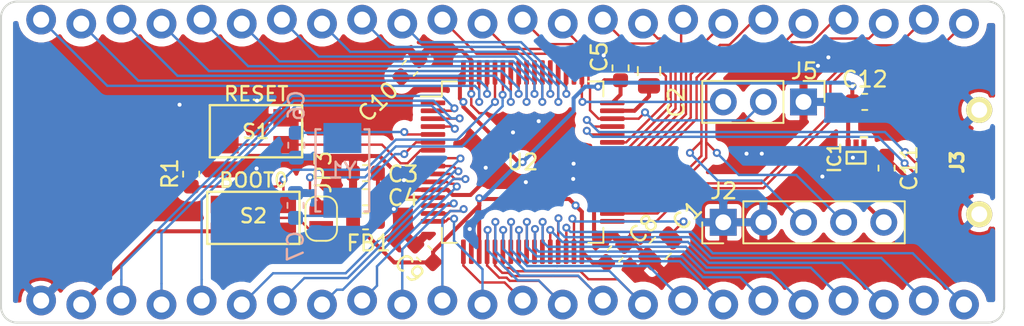
<source format=kicad_pcb>
(kicad_pcb (version 20171130) (host pcbnew "(5.1.0-0)")
  (layers (0 F.Cu signal) (31 B.Cu signal) (34 B.Paste user) (35 F.Paste user) (36 B.SilkS user) (37 F.SilkS user) (38 B.Mask user) (39 F.Mask user hide) (44 Edge.Cuts user))
  (net 0 "")
  (net 1 "Net-(C1-Pad2)")
  (net 2 GND)
  (net 3 "Net-(C2-Pad1)")
  (net 4 VDDA)
  (net 5 VDD)
  (net 6 OSC_IN)
  (net 7 OSC_OUT)
  (net 8 VIN)
  (net 9 "Net-(IC1-Pad4)")
  (net 10 PB10)
  (net 11 PB11)
  (net 12 PB0)
  (net 13 PB1)
  (net 14 PA0)
  (net 15 PA1)
  (net 16 PA2)
  (net 17 PA3)
  (net 18 PA4)
  (net 19 PA5)
  (net 20 PA6)
  (net 21 PA7)
  (net 22 PC5)
  (net 23 PC4)
  (net 24 PC3)
  (net 25 PC2)
  (net 26 PC1)
  (net 27 PC0)
  (net 28 PC15)
  (net 29 PC14)
  (net 30 PC13)
  (net 31 OTG_HS_DM)
  (net 32 OTG_HS_DP)
  (net 33 OTG_FS_DP)
  (net 34 "Net-(J3-Pad4)")
  (net 35 OTG_FS_DM)
  (net 36 PB3)
  (net 37 PB4)
  (net 38 PB5)
  (net 39 PB6)
  (net 40 PD2)
  (net 41 PC12)
  (net 42 PC11)
  (net 43 PC10)
  (net 44 PA15)
  (net 45 PA8)
  (net 46 PA9)
  (net 47 PA10)
  (net 48 PC9)
  (net 49 PC8)
  (net 50 PC7)
  (net 51 PC6)
  (net 52 PB12)
  (net 53 PB13)
  (net 54 "Net-(JP3-Pad1)")
  (net 55 BOOT0)
  (net 56 RESET_BTN)
  (net 57 PB9)
  (net 58 PB8)
  (net 59 SWCLK)
  (net 60 SWDIO)
  (net 61 "Net-(U2-Pad1)")
  (net 62 PB2)
  (net 63 "B7(BOOT)")
  (module flabbergast:USB_microB_2TH_OSHPARK (layer F.Cu) (at 150.8252 63.5 90)
    (fp_text reference J3 (at 0 -1.397 90) (layer F.SilkS) (effects (font (size 0.8128 0.8128) (thickness 0.2032))))
    (fp_text value USB_mini_micro_B hide)
    (pad "" smd rect (at 0.9 0 270) (size 1.2 1.8) (layers F.Cu F.Paste F.Mask))
    (pad "" smd rect (at -0.9 0 270) (size 1.2 1.8) (layers F.Cu F.Paste F.Mask))
    (pad 6 thru_hole circle (at -3.3 0 90) (size 1.65 1.65) (drill 1) (layers *.Cu *.Mask F.SilkS) (net 2 GND))
    (pad 1 smd rect (at -1.3 -3 270) (size 0.4 1.85) (layers F.Cu F.Paste F.Mask) (net 8 VIN) (clearance 0.1))
    (pad 2 smd rect (at -0.65 -3 270) (size 0.4 1.85) (layers F.Cu F.Paste F.Mask) (net 35 OTG_FS_DM) (clearance 0.1))
    (pad 3 smd rect (at 0 -3 270) (size 0.4 1.85) (layers F.Cu F.Paste F.Mask) (net 33 OTG_FS_DP) (clearance 0.1))
    (pad 4 smd rect (at 0.65 -3 270) (size 0.4 1.85) (layers F.Cu F.Paste F.Mask) (net 34 "Net-(J3-Pad4)") (clearance 0.1))
    (pad 5 smd rect (at 1.3 -3 270) (size 0.4 1.85) (layers F.Cu F.Paste F.Mask) (net 2 GND) (clearance 0.1))
    (pad 6 thru_hole circle (at 3.3 0 90) (size 1.65 1.65) (drill 1) (layers *.Cu *.Mask F.SilkS) (net 2 GND))
  )
  (module Capacitor_SMD:C_0603_1608Metric (layer F.Cu) (at 144.9578 63.880899 270)
    (fp_text reference C11 (at 0 -1.43 270) (layer F.SilkS))
    (fp_text value 2.2µF)
    (pad 2 smd roundrect (at 0.7875 0 270) (size 0.875 0.95) (layers F.Cu F.Paste F.Mask) (net 2 GND))
    (pad 1 smd roundrect (at -0.7875 0 270) (size 0.875 0.95) (layers F.Cu F.Paste F.Mask) (net 8 VIN))
  )
  (module Capacitor_SMD:C_0603_1608Metric (layer F.Cu) (at 114.7826 57.5564 45)
    (fp_text reference C10 (at -2.927563 0.089803 45) (layer F.SilkS))
    (fp_text value 100nF)
    (pad 2 smd roundrect (at 0.7875 0 45) (size 0.875 0.95) (layers F.Cu F.Paste F.Mask) (net 2 GND))
    (pad 1 smd roundrect (at -0.7875 0 45) (size 0.875 0.95) (layers F.Cu F.Paste F.Mask) (net 5 VDD))
  )
  (module flabbergast:TACTILE-SWITCH-SMT-4x3 (layer F.Cu) (at 105.041089 61.545879 180)
    (fp_text reference S1 (at 0.012089 -0.023721) (layer F.SilkS) (effects (font (size 0.89916 0.89916) (thickness 0.14986))))
    (fp_text value RESET (at -0.013311 2.363879) (layer F.SilkS) (effects (font (size 0.89916 0.89916) (thickness 0.14986))))
    (pad 3 smd rect (at 1.9 0.8509 180) (size 1.6 1.1) (layers F.Cu F.Paste F.Mask) (net 2 GND))
    (pad 2 smd rect (at 1.9 -0.8509 180) (size 1.6 1.1) (layers F.Cu F.Paste F.Mask) (net 56 RESET_BTN))
    (pad 4 smd rect (at -1.9 0.85 180) (size 1.6 1.1) (layers F.Cu F.Paste F.Mask) (net 2 GND))
    (pad 1 smd rect (at -1.9 -0.8509 180) (size 1.6 1.1) (layers F.Cu F.Paste F.Mask) (net 56 RESET_BTN))
  )
  (module flabbergast:CRYSTAL-ABM3 (layer B.Cu) (at 110.509728 64.023731 270)
    (fp_text reference Y1 (at 0 0 180) (layer B.SilkS) (effects (justify mirror)))
    (fp_text value "8MHz Xtal")
    (pad 1 smd rect (at -2.05 0 270) (size 1.9 2.4) (layers B.Cu B.Paste B.Mask) (net 6 OSC_IN))
    (pad 2 smd rect (at 2.05 0 270) (size 1.9 2.4) (layers B.Cu B.Paste B.Mask) (net 7 OSC_OUT))
  )
  (module Package_QFP:LQFP-64_10x10mm_P0.5mm (layer F.Cu) (at 121.92 63.5)
    (fp_text reference U2 (at 0 0) (layer F.SilkS))
    (fp_text value STM32F205RGTx)
    (pad 64 smd roundrect (at -3.75 -5.675) (size 0.3 1.55) (layers F.Cu F.Paste F.Mask) (net 5 VDD))
    (pad 63 smd roundrect (at -3.25 -5.675) (size 0.3 1.55) (layers F.Cu F.Paste F.Mask) (net 2 GND))
    (pad 62 smd roundrect (at -2.75 -5.675) (size 0.3 1.55) (layers F.Cu F.Paste F.Mask) (net 57 PB9))
    (pad 61 smd roundrect (at -2.25 -5.675) (size 0.3 1.55) (layers F.Cu F.Paste F.Mask) (net 58 PB8))
    (pad 60 smd roundrect (at -1.75 -5.675) (size 0.3 1.55) (layers F.Cu F.Paste F.Mask) (net 55 BOOT0))
    (pad 59 smd roundrect (at -1.25 -5.675) (size 0.3 1.55) (layers F.Cu F.Paste F.Mask) (net 63 "B7(BOOT)"))
    (pad 58 smd roundrect (at -0.75 -5.675) (size 0.3 1.55) (layers F.Cu F.Paste F.Mask) (net 39 PB6))
    (pad 57 smd roundrect (at -0.25 -5.675) (size 0.3 1.55) (layers F.Cu F.Paste F.Mask) (net 38 PB5))
    (pad 56 smd roundrect (at 0.25 -5.675) (size 0.3 1.55) (layers F.Cu F.Paste F.Mask) (net 37 PB4))
    (pad 55 smd roundrect (at 0.75 -5.675) (size 0.3 1.55) (layers F.Cu F.Paste F.Mask) (net 36 PB3))
    (pad 54 smd roundrect (at 1.25 -5.675) (size 0.3 1.55) (layers F.Cu F.Paste F.Mask) (net 40 PD2))
    (pad 53 smd roundrect (at 1.75 -5.675) (size 0.3 1.55) (layers F.Cu F.Paste F.Mask) (net 41 PC12))
    (pad 52 smd roundrect (at 2.25 -5.675) (size 0.3 1.55) (layers F.Cu F.Paste F.Mask) (net 42 PC11))
    (pad 51 smd roundrect (at 2.75 -5.675) (size 0.3 1.55) (layers F.Cu F.Paste F.Mask) (net 43 PC10))
    (pad 50 smd roundrect (at 3.25 -5.675) (size 0.3 1.55) (layers F.Cu F.Paste F.Mask) (net 44 PA15))
    (pad 49 smd roundrect (at 3.75 -5.675) (size 0.3 1.55) (layers F.Cu F.Paste F.Mask) (net 59 SWCLK))
    (pad 48 smd roundrect (at 5.675 -3.75) (size 1.55 0.3) (layers F.Cu F.Paste F.Mask) (net 5 VDD))
    (pad 47 smd roundrect (at 5.675 -3.25) (size 1.55 0.3) (layers F.Cu F.Paste F.Mask) (net 3 "Net-(C2-Pad1)"))
    (pad 46 smd roundrect (at 5.675 -2.75) (size 1.55 0.3) (layers F.Cu F.Paste F.Mask) (net 60 SWDIO))
    (pad 45 smd roundrect (at 5.675 -2.25) (size 1.55 0.3) (layers F.Cu F.Paste F.Mask) (net 33 OTG_FS_DP))
    (pad 44 smd roundrect (at 5.675 -1.75) (size 1.55 0.3) (layers F.Cu F.Paste F.Mask) (net 35 OTG_FS_DM))
    (pad 43 smd roundrect (at 5.675 -1.25) (size 1.55 0.3) (layers F.Cu F.Paste F.Mask) (net 47 PA10))
    (pad 42 smd roundrect (at 5.675 -0.75) (size 1.55 0.3) (layers F.Cu F.Paste F.Mask) (net 46 PA9))
    (pad 41 smd roundrect (at 5.675 -0.25) (size 1.55 0.3) (layers F.Cu F.Paste F.Mask) (net 45 PA8))
    (pad 40 smd roundrect (at 5.675 0.25) (size 1.55 0.3) (layers F.Cu F.Paste F.Mask) (net 48 PC9))
    (pad 39 smd roundrect (at 5.675 0.75) (size 1.55 0.3) (layers F.Cu F.Paste F.Mask) (net 49 PC8))
    (pad 38 smd roundrect (at 5.675 1.25) (size 1.55 0.3) (layers F.Cu F.Paste F.Mask) (net 50 PC7))
    (pad 37 smd roundrect (at 5.675 1.75) (size 1.55 0.3) (layers F.Cu F.Paste F.Mask) (net 51 PC6))
    (pad 36 smd roundrect (at 5.675 2.25) (size 1.55 0.3) (layers F.Cu F.Paste F.Mask) (net 32 OTG_HS_DP))
    (pad 35 smd roundrect (at 5.675 2.75) (size 1.55 0.3) (layers F.Cu F.Paste F.Mask) (net 31 OTG_HS_DM))
    (pad 34 smd roundrect (at 5.675 3.25) (size 1.55 0.3) (layers F.Cu F.Paste F.Mask) (net 53 PB13))
    (pad 33 smd roundrect (at 5.675 3.75) (size 1.55 0.3) (layers F.Cu F.Paste F.Mask) (net 52 PB12))
    (pad 32 smd roundrect (at 3.75 5.675) (size 0.3 1.55) (layers F.Cu F.Paste F.Mask) (net 5 VDD))
    (pad 31 smd roundrect (at 3.25 5.675) (size 0.3 1.55) (layers F.Cu F.Paste F.Mask) (net 1 "Net-(C1-Pad2)"))
    (pad 30 smd roundrect (at 2.75 5.675) (size 0.3 1.55) (layers F.Cu F.Paste F.Mask) (net 11 PB11))
    (pad 29 smd roundrect (at 2.25 5.675) (size 0.3 1.55) (layers F.Cu F.Paste F.Mask) (net 10 PB10))
    (pad 28 smd roundrect (at 1.75 5.675) (size 0.3 1.55) (layers F.Cu F.Paste F.Mask) (net 62 PB2))
    (pad 27 smd roundrect (at 1.25 5.675) (size 0.3 1.55) (layers F.Cu F.Paste F.Mask) (net 13 PB1))
    (pad 26 smd roundrect (at 0.75 5.675) (size 0.3 1.55) (layers F.Cu F.Paste F.Mask) (net 12 PB0))
    (pad 25 smd roundrect (at 0.25 5.675) (size 0.3 1.55) (layers F.Cu F.Paste F.Mask) (net 22 PC5))
    (pad 24 smd roundrect (at -0.25 5.675) (size 0.3 1.55) (layers F.Cu F.Paste F.Mask) (net 23 PC4))
    (pad 23 smd roundrect (at -0.75 5.675) (size 0.3 1.55) (layers F.Cu F.Paste F.Mask) (net 21 PA7))
    (pad 22 smd roundrect (at -1.25 5.675) (size 0.3 1.55) (layers F.Cu F.Paste F.Mask) (net 20 PA6))
    (pad 21 smd roundrect (at -1.75 5.675) (size 0.3 1.55) (layers F.Cu F.Paste F.Mask) (net 19 PA5))
    (pad 20 smd roundrect (at -2.25 5.675) (size 0.3 1.55) (layers F.Cu F.Paste F.Mask) (net 18 PA4))
    (pad 19 smd roundrect (at -2.75 5.675) (size 0.3 1.55) (layers F.Cu F.Paste F.Mask) (net 5 VDD))
    (pad 18 smd roundrect (at -3.25 5.675) (size 0.3 1.55) (layers F.Cu F.Paste F.Mask) (net 2 GND))
    (pad 17 smd roundrect (at -3.75 5.675) (size 0.3 1.55) (layers F.Cu F.Paste F.Mask) (net 17 PA3))
    (pad 16 smd roundrect (at -5.675 3.75) (size 1.55 0.3) (layers F.Cu F.Paste F.Mask) (net 16 PA2))
    (pad 15 smd roundrect (at -5.675 3.25) (size 1.55 0.3) (layers F.Cu F.Paste F.Mask) (net 15 PA1))
    (pad 14 smd roundrect (at -5.675 2.75) (size 1.55 0.3) (layers F.Cu F.Paste F.Mask) (net 14 PA0))
    (pad 13 smd roundrect (at -5.675 2.25) (size 1.55 0.3) (layers F.Cu F.Paste F.Mask) (net 4 VDDA))
    (pad 12 smd roundrect (at -5.675 1.75) (size 1.55 0.3) (layers F.Cu F.Paste F.Mask) (net 2 GND))
    (pad 11 smd roundrect (at -5.675 1.25) (size 1.55 0.3) (layers F.Cu F.Paste F.Mask) (net 24 PC3))
    (pad 10 smd roundrect (at -5.675 0.75) (size 1.55 0.3) (layers F.Cu F.Paste F.Mask) (net 25 PC2))
    (pad 9 smd roundrect (at -5.675 0.25) (size 1.55 0.3) (layers F.Cu F.Paste F.Mask) (net 26 PC1))
    (pad 8 smd roundrect (at -5.675 -0.25) (size 1.55 0.3) (layers F.Cu F.Paste F.Mask) (net 27 PC0))
    (pad 7 smd roundrect (at -5.675 -0.75) (size 1.55 0.3) (layers F.Cu F.Paste F.Mask) (net 56 RESET_BTN))
    (pad 6 smd roundrect (at -5.675 -1.25) (size 1.55 0.3) (layers F.Cu F.Paste F.Mask) (net 7 OSC_OUT))
    (pad 5 smd roundrect (at -5.675 -1.75) (size 1.55 0.3) (layers F.Cu F.Paste F.Mask) (net 6 OSC_IN))
    (pad 4 smd roundrect (at -5.675 -2.25) (size 1.55 0.3) (layers F.Cu F.Paste F.Mask) (net 28 PC15))
    (pad 3 smd roundrect (at -5.675 -2.75) (size 1.55 0.3) (layers F.Cu F.Paste F.Mask) (net 29 PC14))
    (pad 2 smd roundrect (at -5.675 -3.25) (size 1.55 0.3) (layers F.Cu F.Paste F.Mask) (net 30 PC13))
    (pad 1 smd roundrect (at -5.675 -3.75) (size 1.55 0.3) (layers F.Cu F.Paste F.Mask) (net 61 "Net-(U2-Pad1)"))
  )
  (module stm32_qfp64_breakout:M24_LOCK_NOSILK (layer F.Cu) (at 91.44 72.39)
    (fp_text reference J1 hide)
    (fp_text value Conn_01x24 hide)
    (pad 15 thru_hole circle (at 35.56 -0.127) (size 1.8796 1.8796) (drill 1.016) (layers *.Cu *.Mask) (net 19 PA5))
    (pad 16 thru_hole circle (at 38.1 0.127) (size 1.8796 1.8796) (drill 1.016) (layers *.Cu *.Mask) (net 20 PA6))
    (pad 17 thru_hole circle (at 40.64 -0.127) (size 1.8796 1.8796) (drill 1.016) (layers *.Cu *.Mask) (net 21 PA7))
    (pad 18 thru_hole circle (at 43.18 0.127) (size 1.8796 1.8796) (drill 1.016) (layers *.Cu *.Mask) (net 23 PC4))
    (pad 19 thru_hole circle (at 45.72 -0.127) (size 1.8796 1.8796) (drill 1.016) (layers *.Cu *.Mask) (net 22 PC5))
    (pad 20 thru_hole circle (at 48.26 0.127) (size 1.8796 1.8796) (drill 1.016) (layers *.Cu *.Mask) (net 12 PB0))
    (pad 21 thru_hole circle (at 50.8 -0.127) (size 1.8796 1.8796) (drill 1.016) (layers *.Cu *.Mask) (net 13 PB1))
    (pad 22 thru_hole circle (at 53.34 0.127) (size 1.8796 1.8796) (drill 1.016) (layers *.Cu *.Mask) (net 62 PB2))
    (pad 23 thru_hole circle (at 55.88 -0.127) (size 1.8796 1.8796) (drill 1.016) (layers *.Cu *.Mask) (net 10 PB10))
    (pad 24 thru_hole circle (at 58.42 0.127) (size 1.8796 1.8796) (drill 1.016) (layers *.Cu *.Mask) (net 11 PB11))
    (pad 14 thru_hole circle (at 33.02 0.127) (size 1.8796 1.8796) (drill 1.016) (layers *.Cu *.Mask) (net 18 PA4))
    (pad 13 thru_hole circle (at 30.48 -0.127) (size 1.8796 1.8796) (drill 1.016) (layers *.Cu *.Mask) (net 17 PA3))
    (pad 12 thru_hole circle (at 27.94 0.127) (size 1.8796 1.8796) (drill 1.016) (layers *.Cu *.Mask) (net 16 PA2))
    (pad 11 thru_hole circle (at 25.4 -0.127) (size 1.8796 1.8796) (drill 1.016) (layers *.Cu *.Mask) (net 15 PA1))
    (pad 10 thru_hole circle (at 22.86 0.127) (size 1.8796 1.8796) (drill 1.016) (layers *.Cu *.Mask) (net 14 PA0))
    (pad 9 thru_hole circle (at 20.32 -0.127) (size 1.8796 1.8796) (drill 1.016) (layers *.Cu *.Mask) (net 24 PC3))
    (pad 8 thru_hole circle (at 17.78 0.127) (size 1.8796 1.8796) (drill 1.016) (layers *.Cu *.Mask) (net 25 PC2))
    (pad 7 thru_hole circle (at 15.24 -0.127) (size 1.8796 1.8796) (drill 1.016) (layers *.Cu *.Mask) (net 26 PC1))
    (pad 6 thru_hole circle (at 12.7 0.127) (size 1.8796 1.8796) (drill 1.016) (layers *.Cu *.Mask) (net 27 PC0))
    (pad 5 thru_hole circle (at 10.16 -0.127) (size 1.8796 1.8796) (drill 1.016) (layers *.Cu *.Mask) (net 28 PC15))
    (pad 4 thru_hole circle (at 7.62 0.127) (size 1.8796 1.8796) (drill 1.016) (layers *.Cu *.Mask) (net 29 PC14))
    (pad 3 thru_hole circle (at 5.08 -0.127) (size 1.8796 1.8796) (drill 1.016) (layers *.Cu *.Mask) (net 30 PC13))
    (pad 2 thru_hole circle (at 2.54 0.127) (size 1.8796 1.8796) (drill 1.016) (layers *.Cu *.Mask) (net 5 VDD))
    (pad 1 thru_hole circle (at 0 -0.127) (size 1.8796 1.8796) (drill 1.016) (layers *.Cu *.Mask) (net 2 GND))
  )
  (module stm32_qfp64_breakout:M24_LOCK_NOSILK (layer F.Cu) (at 149.86 54.61 180)
    (fp_text reference J4 hide)
    (fp_text value Conn_01x24 hide)
    (pad 15 thru_hole circle (at 35.56 -0.127 180) (size 1.8796 1.8796) (drill 1.016) (layers *.Cu *.Mask) (net 43 PC10))
    (pad 16 thru_hole circle (at 38.1 0.127 180) (size 1.8796 1.8796) (drill 1.016) (layers *.Cu *.Mask) (net 42 PC11))
    (pad 17 thru_hole circle (at 40.64 -0.127 180) (size 1.8796 1.8796) (drill 1.016) (layers *.Cu *.Mask) (net 41 PC12))
    (pad 18 thru_hole circle (at 43.18 0.127 180) (size 1.8796 1.8796) (drill 1.016) (layers *.Cu *.Mask) (net 40 PD2))
    (pad 19 thru_hole circle (at 45.72 -0.127 180) (size 1.8796 1.8796) (drill 1.016) (layers *.Cu *.Mask) (net 36 PB3))
    (pad 20 thru_hole circle (at 48.26 0.127 180) (size 1.8796 1.8796) (drill 1.016) (layers *.Cu *.Mask) (net 37 PB4))
    (pad 21 thru_hole circle (at 50.8 -0.127 180) (size 1.8796 1.8796) (drill 1.016) (layers *.Cu *.Mask) (net 38 PB5))
    (pad 22 thru_hole circle (at 53.34 0.127 180) (size 1.8796 1.8796) (drill 1.016) (layers *.Cu *.Mask) (net 39 PB6))
    (pad 23 thru_hole circle (at 55.88 -0.127 180) (size 1.8796 1.8796) (drill 1.016) (layers *.Cu *.Mask) (net 58 PB8))
    (pad 24 thru_hole circle (at 58.42 0.127 180) (size 1.8796 1.8796) (drill 1.016) (layers *.Cu *.Mask) (net 57 PB9))
    (pad 14 thru_hole circle (at 33.02 0.127 180) (size 1.8796 1.8796) (drill 1.016) (layers *.Cu *.Mask) (net 44 PA15))
    (pad 13 thru_hole circle (at 30.48 -0.127 180) (size 1.8796 1.8796) (drill 1.016) (layers *.Cu *.Mask) (net 59 SWCLK))
    (pad 12 thru_hole circle (at 27.94 0.127 180) (size 1.8796 1.8796) (drill 1.016) (layers *.Cu *.Mask) (net 60 SWDIO))
    (pad 11 thru_hole circle (at 25.4 -0.127 180) (size 1.8796 1.8796) (drill 1.016) (layers *.Cu *.Mask) (net 47 PA10))
    (pad 10 thru_hole circle (at 22.86 0.127 180) (size 1.8796 1.8796) (drill 1.016) (layers *.Cu *.Mask) (net 46 PA9))
    (pad 9 thru_hole circle (at 20.32 -0.127 180) (size 1.8796 1.8796) (drill 1.016) (layers *.Cu *.Mask) (net 45 PA8))
    (pad 8 thru_hole circle (at 17.78 0.127 180) (size 1.8796 1.8796) (drill 1.016) (layers *.Cu *.Mask) (net 48 PC9))
    (pad 7 thru_hole circle (at 15.24 -0.127 180) (size 1.8796 1.8796) (drill 1.016) (layers *.Cu *.Mask) (net 49 PC8))
    (pad 6 thru_hole circle (at 12.7 0.127 180) (size 1.8796 1.8796) (drill 1.016) (layers *.Cu *.Mask) (net 50 PC7))
    (pad 5 thru_hole circle (at 10.16 -0.127 180) (size 1.8796 1.8796) (drill 1.016) (layers *.Cu *.Mask) (net 51 PC6))
    (pad 4 thru_hole circle (at 7.62 0.127 180) (size 1.8796 1.8796) (drill 1.016) (layers *.Cu *.Mask) (net 32 OTG_HS_DP))
    (pad 3 thru_hole circle (at 5.08 -0.127 180) (size 1.8796 1.8796) (drill 1.016) (layers *.Cu *.Mask) (net 31 OTG_HS_DM))
    (pad 2 thru_hole circle (at 2.54 0.127 180) (size 1.8796 1.8796) (drill 1.016) (layers *.Cu *.Mask) (net 53 PB13))
    (pad 1 thru_hole circle (at 0 -0.127 180) (size 1.8796 1.8796) (drill 1.016) (layers *.Cu *.Mask) (net 52 PB12))
  )
  (module Connector_PinHeader_2.54mm:PinHeader_1x03_P2.54mm_Vertical (layer F.Cu) (at 139.7 59.69 270)
    (fp_text reference J5 (at -1.9558 -0.0508) (layer F.SilkS))
    (fp_text value SWD)
    (pad 3 thru_hole oval (at 0 5.08 270) (size 1.7 1.7) (drill 1) (layers *.Cu *.Mask) (net 59 SWCLK))
    (pad 2 thru_hole oval (at 0 2.54 270) (size 1.7 1.7) (drill 1) (layers *.Cu *.Mask) (net 60 SWDIO))
    (pad 1 thru_hole rect (at 0 0 270) (size 1.7 1.7) (drill 1) (layers *.Cu *.Mask) (net 2 GND))
  )
  (module Capacitor_SMD:C_0603_1608Metric (layer F.Cu) (at 143.576883 59.688489)
    (fp_text reference C12 (at 0 -1.43) (layer F.SilkS))
    (fp_text value 2.2µF)
    (pad 2 smd roundrect (at 0.7875 0) (size 0.875 0.95) (layers F.Cu F.Paste F.Mask) (net 2 GND))
    (pad 1 smd roundrect (at -0.7875 0) (size 0.875 0.95) (layers F.Cu F.Paste F.Mask) (net 5 VDD))
  )
  (module Capacitor_SMD:C_0603_1608Metric (layer F.Cu) (at 115.698953 69.293153 135)
    (fp_text reference C9 (at 0.020722 -1.347038 135) (layer F.SilkS))
    (fp_text value 100nF)
    (pad 2 smd roundrect (at 0.7875 0 135) (size 0.875 0.95) (layers F.Cu F.Paste F.Mask) (net 2 GND))
    (pad 1 smd roundrect (at -0.7875 0 135) (size 0.875 0.95) (layers F.Cu F.Paste F.Mask) (net 5 VDD))
  )
  (module Capacitor_SMD:C_0603_1608Metric (layer F.Cu) (at 127.776653 69.314647 45)
    (fp_text reference C8 (at 2.377006 0.152664 45) (layer F.SilkS))
    (fp_text value 100nF)
    (pad 2 smd roundrect (at 0.7875 0 45) (size 0.875 0.95) (layers F.Cu F.Paste F.Mask) (net 2 GND))
    (pad 1 smd roundrect (at -0.7875 0 45) (size 0.875 0.95) (layers F.Cu F.Paste F.Mask) (net 5 VDD))
  )
  (module Capacitor_SMD:C_0603_1608Metric (layer B.Cu) (at 107.5436 66.243301 90)
    (fp_text reference C7 (at -2.583552 0 90) (layer B.SilkS) (effects (justify mirror)))
    (fp_text value 18pF)
    (pad 2 smd roundrect (at 0.7875 0 90) (size 0.875 0.95) (layers B.Cu B.Paste B.Mask) (net 2 GND))
    (pad 1 smd roundrect (at -0.7875 0 90) (size 0.875 0.95) (layers B.Cu B.Paste B.Mask) (net 7 OSC_OUT))
  )
  (module Capacitor_SMD:C_0603_1608Metric (layer B.Cu) (at 107.5944 62.433099 270)
    (fp_text reference C6 (at -2.514472 0 270) (layer B.SilkS) (effects (justify mirror)))
    (fp_text value 18pF)
    (pad 2 smd roundrect (at 0.7875 0 270) (size 0.875 0.95) (layers B.Cu B.Paste B.Mask) (net 2 GND))
    (pad 1 smd roundrect (at -0.7875 0 270) (size 0.875 0.95) (layers B.Cu B.Paste B.Mask) (net 6 OSC_IN))
  )
  (module Capacitor_SMD:C_0603_1608Metric (layer F.Cu) (at 128.1176 57.531 90)
    (fp_text reference C5 (at 0.6859 -1.3462 90) (layer F.SilkS))
    (fp_text value 100nF)
    (pad 2 smd roundrect (at 0.7875 0 90) (size 0.875 0.95) (layers F.Cu F.Paste F.Mask) (net 2 GND))
    (pad 1 smd roundrect (at -0.7875 0 90) (size 0.875 0.95) (layers F.Cu F.Paste F.Mask) (net 5 VDD))
  )
  (module Capacitor_SMD:C_0603_1608Metric (layer F.Cu) (at 111.9735 65.7225 180)
    (fp_text reference C4 (at -2.3773 -0.0381 180) (layer F.SilkS))
    (fp_text value 100nF)
    (pad 2 smd roundrect (at 0.7875 0 180) (size 0.875 0.95) (layers F.Cu F.Paste F.Mask) (net 2 GND))
    (pad 1 smd roundrect (at -0.7875 0 180) (size 0.875 0.95) (layers F.Cu F.Paste F.Mask) (net 4 VDDA))
  )
  (module Capacitor_SMD:C_0603_1608Metric (layer F.Cu) (at 111.9735 64.1985 180)
    (fp_text reference C3 (at -2.3773 -0.0635 180) (layer F.SilkS))
    (fp_text value 1µF)
    (pad 2 smd roundrect (at 0.7875 0 180) (size 0.875 0.95) (layers F.Cu F.Paste F.Mask) (net 2 GND))
    (pad 1 smd roundrect (at -0.7875 0 180) (size 0.875 0.95) (layers F.Cu F.Paste F.Mask) (net 4 VDDA))
  )
  (module flabbergast:SOT-563 (layer F.Cu) (at 143.026556 63.222368 270)
    (fp_text reference IC1 (at 0 1.370756 270) (layer F.SilkS) (effects (font (size 0.8 0.8))))
    (fp_text value NCV8170)
    (pad 6 smd rect (at 0.9 -0.5 90) (size 0.5 0.33) (layers F.Cu F.Paste F.Mask) (net 8 VIN))
    (pad 4 smd rect (at 0.9 0.5 90) (size 0.5 0.33) (layers F.Cu F.Paste F.Mask) (net 9 "Net-(IC1-Pad4)"))
    (pad 2 smd rect (at -0.9 0 90) (size 0.5 0.33) (layers F.Cu F.Paste F.Mask) (net 2 GND))
    (pad 3 smd rect (at -0.9 0.5 90) (size 0.5 0.33) (layers F.Cu F.Paste F.Mask) (net 5 VDD))
    (pad 1 smd rect (at -0.9 -0.5 90) (size 0.5 0.33) (layers F.Cu F.Paste F.Mask) (net 8 VIN))
    (pad 5 smd rect (at 0.9 0 90) (size 0.5 0.33) (layers F.Cu F.Paste F.Mask) (net 2 GND))
  )
  (module flabbergast:TACTILE-SWITCH-SMT-4x3 (layer F.Cu) (at 104.8766 67.0306)
    (fp_text reference S2 (at 0 -0.127) (layer F.SilkS) (effects (font (size 0.89916 0.89916) (thickness 0.14986))))
    (fp_text value BOOT0 (at 0 -2.3876 -180) (layer F.SilkS) (effects (font (size 0.89916 0.89916) (thickness 0.14986))))
    (pad 3 smd rect (at 1.9 0.8509) (size 1.6 1.1) (layers F.Cu F.Paste F.Mask) (net 5 VDD))
    (pad 2 smd rect (at 1.9 -0.8509) (size 1.6 1.1) (layers F.Cu F.Paste F.Mask) (net 55 BOOT0))
    (pad 4 smd rect (at -1.9 0.85) (size 1.6 1.1) (layers F.Cu F.Paste F.Mask) (net 5 VDD))
    (pad 1 smd rect (at -1.9 -0.8509) (size 1.6 1.1) (layers F.Cu F.Paste F.Mask) (net 54 "Net-(JP3-Pad1)"))
  )
  (module Jumper:SolderJumper-2_P1.3mm_Open_RoundedPad1.0x1.5mm (layer F.Cu) (at 109.1692 67.0814 90)
    (fp_text reference JP3 (at 2.9464 0.127 270) (layer F.SilkS))
    (fp_text value BT0)
    (pad 2 smd custom (at 0.65 0 90) (size 1 0.5) (layers F.Cu F.Mask) (net 63 "B7(BOOT)") (options (clearance outline) (anchor rect)) (primitives (gr_circle (center 0 0.25) (end 0.5 0.25) (width 0)) (gr_circle (center 0 -0.25) (end 0.5 -0.25) (width 0)) (gr_poly (pts (xy 0 -0.75) (xy -0.5 -0.75) (xy -0.5 0.75) (xy 0 0.75)) (width 0))))
    (pad 1 smd custom (at -0.65 0 90) (size 1 0.5) (layers F.Cu F.Mask) (net 54 "Net-(JP3-Pad1)") (options (clearance outline) (anchor rect)) (primitives (gr_circle (center 0 0.25) (end 0.5 0.25) (width 0)) (gr_circle (center 0 -0.25) (end 0.5 -0.25) (width 0)) (gr_poly (pts (xy 0 -0.75) (xy 0.5 -0.75) (xy 0.5 0.75) (xy 0 0.75)) (width 0))))
  )
  (module Resistor_SMD:R_0603_1608Metric (layer F.Cu) (at 100.9396 64.262 90)
    (fp_text reference R1 (at 0.0254 -1.3462 270) (layer F.SilkS))
    (fp_text value 10kΩ)
    (pad 2 smd roundrect (at 0.7875 0 90) (size 0.875 0.95) (layers F.Cu F.Paste F.Mask) (net 2 GND))
    (pad 1 smd roundrect (at -0.7875 0 90) (size 0.875 0.95) (layers F.Cu F.Paste F.Mask) (net 55 BOOT0))
  )
  (module Connector_PinHeader_2.54mm:PinHeader_1x05_P2.54mm_Vertical (layer F.Cu) (at 134.62 67.31 90)
    (fp_text reference J2 (at 1.9812 0.0254 180) (layer F.SilkS))
    (fp_text value USB_HS)
    (pad 5 thru_hole oval (at 0 10.16 90) (size 1.7 1.7) (drill 1) (layers *.Cu *.Mask) (net 8 VIN))
    (pad 4 thru_hole oval (at 0 7.62 90) (size 1.7 1.7) (drill 1) (layers *.Cu *.Mask) (net 31 OTG_HS_DM))
    (pad 3 thru_hole oval (at 0 5.08 90) (size 1.7 1.7) (drill 1) (layers *.Cu *.Mask) (net 32 OTG_HS_DP))
    (pad 2 thru_hole oval (at 0 2.54 90) (size 1.7 1.7) (drill 1) (layers *.Cu *.Mask) (net 2 GND))
    (pad 1 thru_hole rect (at 0 0 90) (size 1.7 1.7) (drill 1) (layers *.Cu *.Mask) (net 2 GND))
  )
  (module Inductor_SMD:L_0603_1608Metric (layer F.Cu) (at 111.975799 67.2465)
    (fp_text reference FB1 (at 0.190601 1.3843) (layer F.SilkS))
    (fp_text value "Ferrite Bead")
    (pad 2 smd roundrect (at 0.7875 0) (size 0.875 0.95) (layers F.Cu F.Paste F.Mask) (net 4 VDDA))
    (pad 1 smd roundrect (at -0.7875 0) (size 0.875 0.95) (layers F.Cu F.Paste F.Mask) (net 5 VDD))
  )
  (module Capacitor_SMD:C_0805_2012Metric (layer F.Cu) (at 129.921 57.7342 90)
    (fp_text reference C2 (at -1.9812 1.7272 90) (layer F.SilkS))
    (fp_text value 2.2µF)
    (pad 2 smd roundrect (at 0.9375 0 90) (size 0.975 1.4) (layers F.Cu F.Paste F.Mask) (net 2 GND))
    (pad 1 smd roundrect (at -0.9375 0 90) (size 0.975 1.4) (layers F.Cu F.Paste F.Mask) (net 3 "Net-(C2-Pad1)"))
  )
  (module Capacitor_SMD:C_0805_2012Metric (layer F.Cu) (at 130.629687 68.963513 45)
    (fp_text reference C1 (at 2.66171 -0.251447 45) (layer F.SilkS))
    (fp_text value 2.2µF)
    (pad 2 smd roundrect (at 0.9375 0 45) (size 0.975 1.4) (layers F.Cu F.Paste F.Mask) (net 1 "Net-(C1-Pad2)"))
    (pad 1 smd roundrect (at -0.9375 0 45) (size 0.975 1.4) (layers F.Cu F.Paste F.Mask) (net 2 GND))
  )
  (gr_arc (start 89.916 54.356) (end 89.916 53.34) (angle -90) (layer Edge.Cuts) (width 0.127))
  (gr_arc (start 89.916 72.644) (end 88.9 72.644) (angle -90) (layer Edge.Cuts) (width 0.127))
  (gr_arc (start 151.384 72.644) (end 151.384 73.66) (angle -90) (layer Edge.Cuts) (width 0.127))
  (gr_arc (start 151.384 54.356) (end 152.4 54.356) (angle -90) (layer Edge.Cuts) (width 0.127))
  (gr_line (start 152.4 54.356) (end 152.4 72.644) (layer Edge.Cuts) (width 0.127))
  (gr_line (start 151.384 73.66) (end 89.916 73.66) (layer Edge.Cuts) (width 0.127))
  (gr_line (start 89.916 53.34) (end 151.384 53.34) (layer Edge.Cuts) (width 0.127))
  (gr_line (start 88.9 72.644) (end 88.9 54.356) (layer Edge.Cuts) (width 0.127))
  (via (at 117.9322 60.7314) (size 0.508) (drill 0.254) (layers F.Cu B.Cu) (net 29))
  (via (at 117.6274 61.3918) (size 0.508) (drill 0.254) (layers F.Cu B.Cu) (net 28))
  (via (at 117.602 60.0964) (size 0.508) (drill 0.254) (layers F.Cu B.Cu) (net 30))
  (via (at 125.0686 67.081967) (size 0.508) (drill 0.254) (layers F.Cu B.Cu) (net 1))
  (segment (start 125.1458 67.2846) (end 125.0686 67.2074) (width 0.1524) (layer F.Cu) (net 1))
  (segment (start 125.0686 67.2074) (end 125.0686 67.081967) (width 0.1524) (layer F.Cu) (net 1))
  (segment (start 125.17 67.183367) (end 125.0686 67.081967) (width 0.1524) (layer F.Cu) (net 1))
  (segment (start 125.17 69.175) (end 125.17 67.183367) (width 0.1524) (layer F.Cu) (net 1))
  (via (at 120.6874 67.7926) (size 0.508) (drill 0.254) (layers F.Cu B.Cu) (net 20))
  (segment (start 120.6874 69.1496) (end 120.6874 67.7926) (width 0.1524) (layer F.Cu) (net 20))
  (via (at 121.1874 67.2846) (size 0.508) (drill 0.254) (layers F.Cu B.Cu) (net 21))
  (segment (start 121.1874 69.1496) (end 121.1874 67.2846) (width 0.1524) (layer F.Cu) (net 21))
  (via (at 121.687401 67.7926) (size 0.508) (drill 0.254) (layers F.Cu B.Cu) (net 23))
  (segment (start 121.6874 69.149599) (end 121.687401 67.7926) (width 0.1524) (layer F.Cu) (net 23))
  (via (at 122.1874 67.2846) (size 0.508) (drill 0.254) (layers F.Cu B.Cu) (net 22))
  (segment (start 122.1874 67.331838) (end 122.309437 67.209801) (width 0.1524) (layer F.Cu) (net 22))
  (segment (start 122.1874 69.1496) (end 122.1874 67.331838) (width 0.1524) (layer F.Cu) (net 22))
  (via (at 120.1928 67.2846) (size 0.508) (drill 0.254) (layers F.Cu B.Cu) (net 19))
  (segment (start 120.187399 69.1496) (end 120.187399 67.29) (width 0.1524) (layer F.Cu) (net 19))
  (segment (start 120.187399 67.29) (end 120.1928 67.2846) (width 0.1524) (layer F.Cu) (net 19))
  (segment (start 119.6874 67.814148) (end 119.684836 67.811584) (width 0.1524) (layer F.Cu) (net 18))
  (segment (start 119.6874 69.1496) (end 119.6874 67.814148) (width 0.1524) (layer F.Cu) (net 18))
  (segment (start 119.1874 67.295202) (end 119.1768 67.284602) (width 0.1524) (layer F.Cu) (net 5))
  (segment (start 118.671645 68.201845) (end 118.671645 67.811597) (width 0.1524) (layer B.Cu) (net 2))
  (via (at 123.187774 67.284251) (size 0.508) (drill 0.254) (layers F.Cu B.Cu) (net 13))
  (segment (start 123.6874 67.899964) (end 123.794777 67.792587) (width 0.1524) (layer B.Cu) (net 62))
  (via (at 129.667 60.3504) (size 0.508) (drill 0.254) (layers F.Cu B.Cu) (net 60))
  (segment (start 106.941089 60.695879) (end 103.141989 60.695879) (width 0.254) (layer F.Cu) (net 2))
  (via (at 127.0508 56.7436) (size 0.508) (drill 0.254) (layers F.Cu B.Cu) (net 2))
  (segment (start 127.0509 56.7435) (end 127.0508 56.7436) (width 0.254) (layer F.Cu) (net 2))
  (segment (start 128.1176 56.7435) (end 127.0509 56.7435) (width 0.254) (layer F.Cu) (net 2))
  (segment (start 112.6236 58.0136) (end 112.6236 59.33079) (width 0.254) (layer F.Cu) (net 2))
  (segment (start 112.6236 59.33079) (end 112.6236 59.69) (width 0.254) (layer F.Cu) (net 2))
  (segment (start 113.637647 56.999553) (end 112.6236 58.0136) (width 0.254) (layer F.Cu) (net 2))
  (segment (start 118.67 57.048786) (end 118.085414 56.4642) (width 0.254) (layer F.Cu) (net 2))
  (segment (start 118.67 57.825) (end 118.67 57.048786) (width 0.254) (layer F.Cu) (net 2))
  (segment (start 118.085414 56.4642) (end 117.6274 56.4642) (width 0.254) (layer F.Cu) (net 2))
  (segment (start 129.098148 68.7578) (end 128.3335 68.7578) (width 0.254) (layer F.Cu) (net 2))
  (segment (start 129.966774 69.626426) (end 129.098148 68.7578) (width 0.254) (layer F.Cu) (net 2))
  (segment (start 118.67 69.175) (end 118.67 67.836124) (width 0.254) (layer F.Cu) (net 2))
  (via (at 118.570093 67.736217) (size 0.508) (drill 0.254) (layers F.Cu B.Cu) (net 2))
  (segment (start 118.67 67.836124) (end 118.570093 67.736217) (width 0.254) (layer F.Cu) (net 2))
  (via (at 142.8242 63.220602) (size 0.508) (drill 0.254) (layers F.Cu B.Cu) (net 2))
  (segment (start 143.026556 62.322368) (end 143.026556 63.018246) (width 0.254) (layer F.Cu) (net 2))
  (segment (start 143.026556 64.122368) (end 143.026556 63.422958) (width 0.254) (layer F.Cu) (net 2))
  (segment (start 143.026556 63.422958) (end 142.8242 63.220602) (width 0.254) (layer F.Cu) (net 2))
  (segment (start 143.026556 63.018246) (end 142.8242 63.220602) (width 0.254) (layer F.Cu) (net 2))
  (via (at 132.1054 67.2592) (size 0.508) (drill 0.254) (layers F.Cu B.Cu) (net 1))
  (segment (start 131.2926 68.072) (end 132.1054 67.2592) (width 0.1524) (layer F.Cu) (net 1))
  (segment (start 131.2926 68.3006) (end 131.2926 68.072) (width 0.1524) (layer F.Cu) (net 1))
  (segment (start 125.245833 67.2592) (end 125.0686 67.081967) (width 0.1524) (layer B.Cu) (net 1))
  (segment (start 132.1054 67.2592) (end 125.245833 67.2592) (width 0.1524) (layer B.Cu) (net 1))
  (via (at 113.7666 66.4718) (size 0.508) (drill 0.254) (layers F.Cu B.Cu) (net 2))
  (via (at 114.4016 64.643) (size 0.508) (drill 0.254) (layers F.Cu B.Cu) (net 2))
  (segment (start 114.131007 64.389001) (end 112.861006 63.119) (width 0.254) (layer F.Cu) (net 2))
  (segment (start 114.147601 64.389001) (end 114.131007 64.389001) (width 0.254) (layer F.Cu) (net 2))
  (segment (start 114.4016 64.643) (end 114.147601 64.389001) (width 0.254) (layer F.Cu) (net 2))
  (segment (start 112.861006 63.119) (end 112.0394 63.119) (width 0.254) (layer F.Cu) (net 2))
  (segment (start 115.0086 65.25) (end 114.4016 64.643) (width 0.254) (layer F.Cu) (net 2))
  (segment (start 116.245 65.25) (end 115.0086 65.25) (width 0.254) (layer F.Cu) (net 2))
  (via (at 105.0798 63.9064) (size 0.508) (drill 0.254) (layers F.Cu B.Cu) (net 2))
  (via (at 100.203 59.8678) (size 0.508) (drill 0.254) (layers F.Cu B.Cu) (net 2))
  (via (at 140.8938 64.4144) (size 0.508) (drill 0.254) (layers F.Cu B.Cu) (net 2))
  (via (at 137.0584 62.9666) (size 0.508) (drill 0.254) (layers F.Cu B.Cu) (net 2))
  (via (at 136.0932 62.9666) (size 0.508) (drill 0.254) (layers F.Cu B.Cu) (net 2))
  (via (at 141.2748 56.8706) (size 0.508) (drill 0.254) (layers F.Cu B.Cu) (net 2))
  (via (at 140.6144 57.404) (size 0.508) (drill 0.254) (layers F.Cu B.Cu) (net 2))
  (via (at 105.1052 59.6138) (size 0.508) (drill 0.254) (layers F.Cu B.Cu) (net 2))
  (segment (start 126.4412 66.167) (end 126.4412 68.1482) (width 0.254) (layer F.Cu) (net 2))
  (segment (start 125.857 65.5828) (end 126.4412 66.167) (width 0.254) (layer F.Cu) (net 2))
  (via (at 121.3104 61.6204) (size 0.508) (drill 0.254) (layers F.Cu B.Cu) (net 2))
  (segment (start 121.32635 61.6204) (end 121.3104 61.6204) (width 0.254) (layer F.Cu) (net 2))
  (via (at 118.6688 59.182) (size 0.508) (drill 0.254) (layers F.Cu B.Cu) (net 2))
  (segment (start 118.67 59.1554) (end 118.6688 59.1566) (width 0.254) (layer F.Cu) (net 2))
  (segment (start 118.67 57.825) (end 118.67 59.1554) (width 0.254) (layer F.Cu) (net 2))
  (via (at 125.1458 63.6016) (size 0.508) (drill 0.254) (layers F.Cu B.Cu) (net 2))
  (via (at 119.5832 63.8556) (size 0.508) (drill 0.254) (layers F.Cu B.Cu) (net 2))
  (segment (start 119.5832 64.6176) (end 119.5832 63.8556) (width 0.254) (layer F.Cu) (net 2))
  (segment (start 118.619624 65.581176) (end 119.5832 64.6176) (width 0.254) (layer F.Cu) (net 2))
  (segment (start 117.495549 65.581176) (end 118.619624 65.581176) (width 0.254) (layer F.Cu) (net 2))
  (segment (start 117.164373 65.25) (end 117.495549 65.581176) (width 0.254) (layer F.Cu) (net 2))
  (segment (start 116.245 65.25) (end 117.164373 65.25) (width 0.254) (layer F.Cu) (net 2))
  (segment (start 118.6688 59.51581) (end 118.6688 59.1566) (width 0.1524) (layer F.Cu) (net 2))
  (segment (start 119.634 60.4012) (end 119.1768 60.4012) (width 0.1524) (layer F.Cu) (net 2))
  (segment (start 118.6688 59.8932) (end 118.6688 59.51581) (width 0.1524) (layer F.Cu) (net 2))
  (segment (start 119.1768 60.4012) (end 118.6688 59.8932) (width 0.1524) (layer F.Cu) (net 2))
  (segment (start 119.7356 60.5028) (end 119.634 60.4012) (width 0.1524) (layer F.Cu) (net 2))
  (via (at 122.936 60.9092) (size 0.508) (drill 0.254) (layers F.Cu B.Cu) (net 2))
  (via (at 125.1204 64.5668) (size 0.508) (drill 0.254) (layers F.Cu B.Cu) (net 2))
  (via (at 122.1232 64.77) (size 0.508) (drill 0.254) (layers F.Cu B.Cu) (net 2))
  (via (at 132.5118 62.9158) (size 0.508) (drill 0.254) (layers F.Cu B.Cu) (net 32))
  (via (at 134.2136 62.9158) (size 0.508) (drill 0.254) (layers F.Cu B.Cu) (net 31))
  (via (at 117.983 63.2714) (size 0.508) (drill 0.254) (layers F.Cu B.Cu) (net 27))
  (via (at 117.580422 67.085222) (size 0.508) (drill 0.254) (layers F.Cu B.Cu) (net 16))
  (via (at 118.17 59.69) (size 0.508) (drill 0.254) (layers F.Cu B.Cu) (net 5))
  (via (at 126.6952 58.7248) (size 0.508) (drill 0.254) (layers F.Cu B.Cu) (net 5))
  (segment (start 127.595 60.25) (end 128.3427 60.25) (width 0.1524) (layer F.Cu) (net 3))
  (segment (start 129.921 59.3344) (end 129.921 58.6717) (width 0.254) (layer F.Cu) (net 3))
  (segment (start 129.0054 60.25) (end 129.921 59.3344) (width 0.254) (layer F.Cu) (net 3))
  (segment (start 128.3427 60.25) (end 129.0054 60.25) (width 0.254) (layer F.Cu) (net 3))
  (segment (start 112.761 65.8495) (end 112.761 64.1985) (width 0.254) (layer F.Cu) (net 4))
  (segment (start 112.763299 67.2465) (end 112.763299 65.724799) (width 0.254) (layer F.Cu) (net 4))
  (segment (start 112.7885 65.75) (end 112.761 65.7225) (width 0.254) (layer F.Cu) (net 4))
  (segment (start 116.245 65.75) (end 112.7885 65.75) (width 0.254) (layer F.Cu) (net 4))
  (segment (start 102.9766 67.9069) (end 104.8893 67.9069) (width 0.254) (layer F.Cu) (net 5))
  (segment (start 126.366494 69.871494) (end 125.67 69.175) (width 0.254) (layer F.Cu) (net 5))
  (segment (start 127.219806 69.871494) (end 126.366494 69.871494) (width 0.254) (layer F.Cu) (net 5))
  (segment (start 128.1176 59.2274) (end 127.595 59.75) (width 0.254) (layer F.Cu) (net 5))
  (segment (start 128.1176 58.3185) (end 128.1176 59.2274) (width 0.254) (layer F.Cu) (net 5))
  (segment (start 142.526556 59.951316) (end 142.789383 59.688489) (width 0.254) (layer F.Cu) (net 5))
  (segment (start 142.526556 62.322368) (end 142.526556 59.951316) (width 0.254) (layer F.Cu) (net 5))
  (segment (start 127.1015 58.3185) (end 126.6952 58.7248) (width 0.254) (layer F.Cu) (net 5))
  (segment (start 128.1176 58.3185) (end 127.1015 58.3185) (width 0.254) (layer F.Cu) (net 5))
  (via (at 121.92 63.5) (size 0.508) (drill 0.254) (layers F.Cu B.Cu) (net 5))
  (segment (start 118.133447 58.113247) (end 114.225753 58.113247) (width 0.254) (layer F.Cu) (net 5))
  (segment (start 118.1608 58.1406) (end 118.133447 58.113247) (width 0.254) (layer F.Cu) (net 5))
  (segment (start 118.1608 57.8342) (end 118.1608 58.1406) (width 0.254) (layer F.Cu) (net 5))
  (segment (start 118.17 57.825) (end 118.1608 57.8342) (width 0.254) (layer F.Cu) (net 5))
  (segment (start 142.570201 58.470801) (end 142.7988 58.6994) (width 0.254) (layer B.Cu) (net 5))
  (segment (start 142.789383 58.708817) (end 142.7988 58.6994) (width 0.254) (layer F.Cu) (net 5))
  (segment (start 142.789383 59.688489) (end 142.789383 58.708817) (width 0.254) (layer F.Cu) (net 5))
  (segment (start 126.6952 58.7248) (end 126.949199 58.470801) (width 0.254) (layer B.Cu) (net 5))
  (segment (start 126.949199 58.470801) (end 142.570201 58.470801) (width 0.254) (layer B.Cu) (net 5))
  (via (at 142.7988 58.6994) (size 0.508) (drill 0.254) (layers F.Cu B.Cu) (net 5))
  (segment (start 104.8893 67.9069) (end 106.7757 67.9069) (width 0.254) (layer F.Cu) (net 5))
  (segment (start 107.0483 67.8815) (end 106.7766 67.8815) (width 0.254) (layer F.Cu) (net 5))
  (segment (start 107.8992 68.7324) (end 107.0483 67.8815) (width 0.254) (layer F.Cu) (net 5))
  (segment (start 109.9058 68.7324) (end 107.8992 68.7324) (width 0.254) (layer F.Cu) (net 5))
  (segment (start 111.188299 67.449901) (end 109.9058 68.7324) (width 0.254) (layer F.Cu) (net 5))
  (segment (start 111.188299 67.2465) (end 111.188299 67.449901) (width 0.254) (layer F.Cu) (net 5))
  (segment (start 113.791799 69.85) (end 111.188299 67.2465) (width 0.254) (layer F.Cu) (net 5))
  (segment (start 116.2558 69.85) (end 113.791799 69.85) (width 0.254) (layer F.Cu) (net 5))
  (segment (start 122.173999 63.246001) (end 121.92 63.5) (width 0.254) (layer B.Cu) (net 5))
  (segment (start 125.1458 59.459372) (end 125.1458 60.2742) (width 0.254) (layer B.Cu) (net 5))
  (segment (start 125.880372 58.7248) (end 125.1458 59.459372) (width 0.254) (layer B.Cu) (net 5))
  (segment (start 125.1458 60.2742) (end 122.173999 63.246001) (width 0.254) (layer B.Cu) (net 5))
  (segment (start 126.6952 58.7248) (end 125.880372 58.7248) (width 0.254) (layer B.Cu) (net 5))
  (segment (start 119.17 69.175) (end 119.17 66.25) (width 0.254) (layer F.Cu) (net 5))
  (segment (start 114.582014 61.75) (end 114.427 61.594986) (width 0.1524) (layer F.Cu) (net 6))
  (segment (start 116.245 61.75) (end 114.582014 61.75) (width 0.1524) (layer F.Cu) (net 6))
  (via (at 114.427 61.594986) (size 0.508) (drill 0.254) (layers F.Cu B.Cu) (net 6))
  (segment (start 110.888473 61.594986) (end 110.509728 61.973731) (width 0.1524) (layer B.Cu) (net 6))
  (segment (start 114.427 61.594986) (end 110.888473 61.594986) (width 0.1524) (layer B.Cu) (net 6))
  (segment (start 110.181596 61.645599) (end 110.509728 61.973731) (width 0.1524) (layer B.Cu) (net 6))
  (segment (start 107.5944 61.645599) (end 110.181596 61.645599) (width 0.1524) (layer B.Cu) (net 6))
  (segment (start 110.759728 66.073731) (end 113.841449 62.99201) (width 0.1524) (layer B.Cu) (net 7))
  (segment (start 116.245 62.25) (end 115.16901 62.25) (width 0.1524) (layer F.Cu) (net 7))
  (segment (start 110.509728 66.073731) (end 110.759728 66.073731) (width 0.1524) (layer B.Cu) (net 7))
  (segment (start 113.841449 62.99201) (end 114.06779 62.99201) (width 0.1524) (layer B.Cu) (net 7))
  (via (at 114.427 62.99201) (size 0.508) (drill 0.254) (layers F.Cu B.Cu) (net 7))
  (segment (start 114.680999 62.738011) (end 114.427 62.99201) (width 0.1524) (layer F.Cu) (net 7))
  (segment (start 115.16901 62.25) (end 114.680999 62.738011) (width 0.1524) (layer F.Cu) (net 7))
  (segment (start 114.06779 62.99201) (end 114.427 62.99201) (width 0.1524) (layer B.Cu) (net 7))
  (segment (start 111.051459 65.532) (end 110.509728 66.073731) (width 0.1524) (layer B.Cu) (net 7))
  (segment (start 109.679859 66.9036) (end 110.509728 66.073731) (width 0.1524) (layer B.Cu) (net 7))
  (segment (start 107.670801 66.9036) (end 109.679859 66.9036) (width 0.1524) (layer B.Cu) (net 7))
  (segment (start 107.5436 67.030801) (end 107.670801 66.9036) (width 0.1524) (layer B.Cu) (net 7))
  (segment (start 143.526556 62.322368) (end 143.526556 64.122368) (width 0.254) (layer F.Cu) (net 8))
  (segment (start 143.526556 66.056556) (end 144.78 67.31) (width 0.254) (layer F.Cu) (net 8))
  (segment (start 143.526556 64.122368) (end 143.526556 66.056556) (width 0.254) (layer F.Cu) (net 8))
  (segment (start 144.9578 63.093399) (end 144.555525 63.093399) (width 0.254) (layer F.Cu) (net 8))
  (segment (start 144.555525 63.093399) (end 143.526556 64.122368) (width 0.254) (layer F.Cu) (net 8))
  (via (at 124.1874 67.056022) (size 0.508) (drill 0.254) (layers F.Cu B.Cu) (net 10))
  (segment (start 124.17 68.3) (end 124.17 69.175) (width 0.1524) (layer F.Cu) (net 10))
  (segment (start 124.17 67.073422) (end 124.17 68.3) (width 0.1524) (layer F.Cu) (net 10))
  (segment (start 124.1874 67.056022) (end 124.17 67.073422) (width 0.1524) (layer F.Cu) (net 10))
  (segment (start 124.1874 67.8502) (end 124.1874 67.415232) (width 0.1524) (layer B.Cu) (net 10))
  (segment (start 132.508089 68.249756) (end 124.586956 68.249756) (width 0.1524) (layer B.Cu) (net 10))
  (segment (start 133.828877 69.570544) (end 132.508089 68.249756) (width 0.1524) (layer B.Cu) (net 10))
  (segment (start 147.32 72.263) (end 144.627544 69.570544) (width 0.1524) (layer B.Cu) (net 10))
  (segment (start 144.627544 69.570544) (end 133.828877 69.570544) (width 0.1524) (layer B.Cu) (net 10))
  (segment (start 124.586956 68.249756) (end 124.1874 67.8502) (width 0.1524) (layer B.Cu) (net 10))
  (segment (start 124.1874 67.415232) (end 124.1874 67.056022) (width 0.1524) (layer B.Cu) (net 10))
  (via (at 124.68739 67.652653) (size 0.508) (drill 0.254) (layers F.Cu B.Cu) (net 11))
  (segment (start 124.6874 69.1496) (end 124.68739 69.14959) (width 0.1524) (layer F.Cu) (net 11))
  (segment (start 124.68739 69.14959) (end 124.68739 68.011863) (width 0.1524) (layer F.Cu) (net 11))
  (segment (start 124.68739 68.011863) (end 124.68739 67.652653) (width 0.1524) (layer F.Cu) (net 11))
  (segment (start 124.954337 67.9196) (end 124.68739 67.652653) (width 0.1524) (layer B.Cu) (net 11))
  (segment (start 132.609 67.9196) (end 124.954337 67.9196) (width 0.1524) (layer B.Cu) (net 11))
  (segment (start 146.608733 69.265733) (end 133.955133 69.265733) (width 0.1524) (layer B.Cu) (net 11))
  (segment (start 133.955133 69.265733) (end 132.609 67.9196) (width 0.1524) (layer B.Cu) (net 11))
  (segment (start 149.86 72.517) (end 146.608733 69.265733) (width 0.1524) (layer B.Cu) (net 11))
  (segment (start 122.701668 69.135332) (end 122.701668 68.093872) (width 0.1524) (layer F.Cu) (net 12))
  (segment (start 122.6874 69.1496) (end 122.701668 69.135332) (width 0.1524) (layer F.Cu) (net 12))
  (segment (start 122.701668 68.093872) (end 122.701668 67.734662) (width 0.1524) (layer F.Cu) (net 12))
  (via (at 122.701668 67.734662) (size 0.508) (drill 0.254) (layers F.Cu B.Cu) (net 12))
  (segment (start 122.93599 69.164189) (end 122.701668 68.929867) (width 0.1524) (layer B.Cu) (net 12))
  (segment (start 132.129321 69.164189) (end 122.93599 69.164189) (width 0.1524) (layer B.Cu) (net 12))
  (segment (start 137.667977 70.484977) (end 133.450109 70.484977) (width 0.1524) (layer B.Cu) (net 12))
  (segment (start 133.450109 70.484977) (end 132.129321 69.164189) (width 0.1524) (layer B.Cu) (net 12))
  (segment (start 139.7 72.517) (end 137.667977 70.484977) (width 0.1524) (layer B.Cu) (net 12))
  (segment (start 122.701668 68.093872) (end 122.701668 67.734662) (width 0.1524) (layer B.Cu) (net 12))
  (segment (start 122.701668 68.929867) (end 122.701668 68.093872) (width 0.1524) (layer B.Cu) (net 12))
  (segment (start 123.184278 69.14573) (end 123.187774 69.149226) (width 0.1524) (layer F.Cu) (net 13))
  (segment (start 123.187774 67.284251) (end 123.187774 67.643461) (width 0.1524) (layer F.Cu) (net 13))
  (segment (start 123.184278 67.646957) (end 123.184278 69.14573) (width 0.1524) (layer F.Cu) (net 13))
  (segment (start 123.187774 67.643461) (end 123.184278 67.646957) (width 0.1524) (layer F.Cu) (net 13))
  (segment (start 123.187774 67.643461) (end 123.184277 67.646958) (width 0.1524) (layer B.Cu) (net 13))
  (segment (start 133.576365 70.180166) (end 140.157166 70.180166) (width 0.1524) (layer B.Cu) (net 13))
  (segment (start 141.300201 71.323201) (end 142.24 72.263) (width 0.1524) (layer B.Cu) (net 13))
  (segment (start 123.520178 68.859378) (end 132.255577 68.859378) (width 0.1524) (layer B.Cu) (net 13))
  (segment (start 123.184277 67.646958) (end 123.184277 68.523477) (width 0.1524) (layer B.Cu) (net 13))
  (segment (start 123.184277 68.523477) (end 123.520178 68.859378) (width 0.1524) (layer B.Cu) (net 13))
  (segment (start 132.255577 68.859378) (end 133.576365 70.180166) (width 0.1524) (layer B.Cu) (net 13))
  (segment (start 140.157166 70.180166) (end 141.300201 71.323201) (width 0.1524) (layer B.Cu) (net 13))
  (segment (start 123.187774 67.284251) (end 123.187774 67.643461) (width 0.1524) (layer B.Cu) (net 13))
  (segment (start 117.056434 67.25) (end 116.245 67.25) (width 0.1524) (layer F.Cu) (net 16))
  (segment (start 117.221212 67.085222) (end 117.056434 67.25) (width 0.1524) (layer F.Cu) (net 16))
  (segment (start 117.580422 67.085222) (end 117.221212 67.085222) (width 0.1524) (layer F.Cu) (net 16))
  (segment (start 119.38 70.2818) (end 119.38 72.517) (width 0.1524) (layer B.Cu) (net 16))
  (segment (start 117.5766 67.089044) (end 117.5766 68.4784) (width 0.1524) (layer B.Cu) (net 16))
  (segment (start 117.5766 68.4784) (end 119.38 70.2818) (width 0.1524) (layer B.Cu) (net 16))
  (segment (start 117.580422 67.085222) (end 117.5766 67.089044) (width 0.1524) (layer B.Cu) (net 16))
  (segment (start 120.777 71.12) (end 121.92 72.263) (width 0.1524) (layer F.Cu) (net 17))
  (segment (start 119.24 71.12) (end 120.777 71.12) (width 0.1524) (layer F.Cu) (net 17))
  (segment (start 118.17 70.05) (end 119.24 71.12) (width 0.1524) (layer F.Cu) (net 17))
  (segment (start 118.17 69.175) (end 118.17 70.05) (width 0.1524) (layer F.Cu) (net 17))
  (segment (start 122.961391 71.018391) (end 123.520201 71.577201) (width 0.1524) (layer F.Cu) (net 18))
  (segment (start 120.435189 70.815189) (end 120.903256 70.815189) (width 0.1524) (layer F.Cu) (net 18))
  (segment (start 123.520201 71.577201) (end 124.46 72.517) (width 0.1524) (layer F.Cu) (net 18))
  (segment (start 120.903256 70.815189) (end 121.106458 71.018391) (width 0.1524) (layer F.Cu) (net 18))
  (segment (start 121.106458 71.018391) (end 122.961391 71.018391) (width 0.1524) (layer F.Cu) (net 18))
  (segment (start 119.67 70.05) (end 120.435189 70.815189) (width 0.1524) (layer F.Cu) (net 18))
  (segment (start 119.67 69.175) (end 119.67 70.05) (width 0.1524) (layer F.Cu) (net 18))
  (segment (start 121.618187 70.993055) (end 119.70341 69.078278) (width 0.1524) (layer B.Cu) (net 18))
  (segment (start 124.46 72.517) (end 122.936055 70.993055) (width 0.1524) (layer B.Cu) (net 18))
  (segment (start 122.936055 70.993055) (end 121.618187 70.993055) (width 0.1524) (layer B.Cu) (net 18))
  (segment (start 119.70341 69.078278) (end 119.70341 68.15181) (width 0.1524) (layer B.Cu) (net 18))
  (via (at 119.70341 67.7926) (size 0.508) (drill 0.254) (layers F.Cu B.Cu) (net 18))
  (segment (start 119.70341 68.15181) (end 119.70341 67.7926) (width 0.1524) (layer B.Cu) (net 18))
  (segment (start 126.060201 71.323201) (end 127 72.263) (width 0.1524) (layer B.Cu) (net 19))
  (segment (start 120.1928 69.136601) (end 121.744443 70.688244) (width 0.1524) (layer B.Cu) (net 19))
  (segment (start 125.425299 70.688299) (end 126.060201 71.323201) (width 0.1524) (layer B.Cu) (net 19))
  (segment (start 120.1928 67.2846) (end 120.1928 69.136601) (width 0.1524) (layer B.Cu) (net 19))
  (segment (start 123.843378 70.688244) (end 123.843433 70.688299) (width 0.1524) (layer B.Cu) (net 19))
  (segment (start 121.744443 70.688244) (end 123.843378 70.688244) (width 0.1524) (layer B.Cu) (net 19))
  (segment (start 123.843433 70.688299) (end 125.425299 70.688299) (width 0.1524) (layer B.Cu) (net 19))
  (segment (start 120.17 69.175) (end 120.17 70.05) (width 0.1524) (layer F.Cu) (net 19))
  (segment (start 120.17 70.05) (end 120.630378 70.510378) (width 0.1524) (layer F.Cu) (net 19))
  (segment (start 120.630378 70.510378) (end 121.029512 70.510378) (width 0.1524) (layer F.Cu) (net 19))
  (segment (start 121.029512 70.510378) (end 121.232714 70.71358) (width 0.1524) (layer F.Cu) (net 19))
  (segment (start 121.232714 70.71358) (end 125.45058 70.71358) (width 0.1524) (layer F.Cu) (net 19))
  (segment (start 125.45058 70.71358) (end 126.060201 71.323201) (width 0.1524) (layer F.Cu) (net 19))
  (segment (start 126.060201 71.323201) (end 127 72.263) (width 0.1524) (layer F.Cu) (net 19))
  (segment (start 123.969689 70.383488) (end 127.406488 70.383488) (width 0.1524) (layer B.Cu) (net 20))
  (segment (start 127.406488 70.383488) (end 128.600201 71.577201) (width 0.1524) (layer B.Cu) (net 20))
  (segment (start 120.6874 67.7926) (end 120.6874 68.985601) (width 0.1524) (layer B.Cu) (net 20))
  (segment (start 122.085232 70.383433) (end 123.969634 70.383433) (width 0.1524) (layer B.Cu) (net 20))
  (segment (start 128.600201 71.577201) (end 129.54 72.517) (width 0.1524) (layer B.Cu) (net 20))
  (segment (start 123.969634 70.383433) (end 123.969689 70.383488) (width 0.1524) (layer B.Cu) (net 20))
  (segment (start 120.6874 68.985601) (end 122.085232 70.383433) (width 0.1524) (layer B.Cu) (net 20))
  (segment (start 120.67 69.175) (end 120.67 70.05) (width 0.1524) (layer F.Cu) (net 20))
  (segment (start 120.67 70.05) (end 120.825567 70.205567) (width 0.1524) (layer F.Cu) (net 20))
  (segment (start 128.600201 71.577201) (end 129.54 72.517) (width 0.1524) (layer F.Cu) (net 20))
  (segment (start 120.825567 70.205567) (end 121.155768 70.205567) (width 0.1524) (layer F.Cu) (net 20))
  (segment (start 125.576836 70.408769) (end 126.084866 70.9168) (width 0.1524) (layer F.Cu) (net 20))
  (segment (start 121.35897 70.408769) (end 125.576836 70.408769) (width 0.1524) (layer F.Cu) (net 20))
  (segment (start 121.155768 70.205567) (end 121.35897 70.408769) (width 0.1524) (layer F.Cu) (net 20))
  (segment (start 126.084866 70.9168) (end 127.9398 70.9168) (width 0.1524) (layer F.Cu) (net 20))
  (segment (start 127.9398 70.9168) (end 128.600201 71.577201) (width 0.1524) (layer F.Cu) (net 20))
  (segment (start 129.895677 70.078677) (end 131.140201 71.323201) (width 0.1524) (layer B.Cu) (net 21))
  (segment (start 122.211488 70.078622) (end 124.09589 70.078622) (width 0.1524) (layer B.Cu) (net 21))
  (segment (start 124.095945 70.078677) (end 129.895677 70.078677) (width 0.1524) (layer B.Cu) (net 21))
  (segment (start 121.1874 67.2846) (end 121.1874 69.054534) (width 0.1524) (layer B.Cu) (net 21))
  (segment (start 121.1874 69.054534) (end 122.211488 70.078622) (width 0.1524) (layer B.Cu) (net 21))
  (segment (start 124.09589 70.078622) (end 124.095945 70.078677) (width 0.1524) (layer B.Cu) (net 21))
  (segment (start 131.140201 71.323201) (end 132.08 72.263) (width 0.1524) (layer B.Cu) (net 21))
  (segment (start 135.6868 70.7898) (end 137.16 72.263) (width 0.1524) (layer B.Cu) (net 22))
  (segment (start 122.1874 67.2846) (end 122.1874 68.846665) (width 0.1524) (layer B.Cu) (net 22))
  (segment (start 133.323866 70.7898) (end 135.6868 70.7898) (width 0.1524) (layer B.Cu) (net 22))
  (segment (start 122.809735 69.469) (end 132.003066 69.469) (width 0.1524) (layer B.Cu) (net 22))
  (segment (start 122.1874 68.846665) (end 122.809735 69.469) (width 0.1524) (layer B.Cu) (net 22))
  (segment (start 132.003066 69.469) (end 133.323866 70.7898) (width 0.1524) (layer B.Cu) (net 22))
  (segment (start 124.222147 69.773812) (end 124.222201 69.773866) (width 0.1524) (layer B.Cu) (net 23))
  (segment (start 121.687401 69.123468) (end 122.337744 69.773811) (width 0.1524) (layer B.Cu) (net 23))
  (segment (start 130.70995 69.773866) (end 131.876866 69.773866) (width 0.1524) (layer B.Cu) (net 23))
  (segment (start 130.709941 69.773875) (end 130.70995 69.773866) (width 0.1524) (layer B.Cu) (net 23))
  (segment (start 124.222201 69.773866) (end 130.709941 69.773875) (width 0.1524) (layer B.Cu) (net 23))
  (segment (start 122.337744 69.773811) (end 124.222147 69.773812) (width 0.1524) (layer B.Cu) (net 23))
  (segment (start 131.876866 69.773866) (end 134.62 72.517) (width 0.1524) (layer B.Cu) (net 23))
  (segment (start 121.687401 67.7926) (end 121.687401 69.123468) (width 0.1524) (layer B.Cu) (net 23))
  (segment (start 117.9616 63.25) (end 116.245 63.25) (width 0.1524) (layer F.Cu) (net 27))
  (segment (start 117.983 63.2714) (end 117.9616 63.25) (width 0.1524) (layer F.Cu) (net 27))
  (segment (start 140.919201 55.676799) (end 143.840201 55.676799) (width 0.1524) (layer F.Cu) (net 31))
  (segment (start 134.797786 57.150014) (end 139.445986 57.150014) (width 0.1524) (layer F.Cu) (net 31))
  (segment (start 127.595 66.25) (end 130.523067 66.25) (width 0.1524) (layer F.Cu) (net 31))
  (segment (start 133.541398 58.406402) (end 134.797786 57.150014) (width 0.1524) (layer F.Cu) (net 31))
  (segment (start 139.445986 57.150014) (end 140.919201 55.676799) (width 0.1524) (layer F.Cu) (net 31))
  (segment (start 130.523067 66.25) (end 133.541398 63.231669) (width 0.1524) (layer F.Cu) (net 31))
  (segment (start 143.840201 55.676799) (end 144.78 54.737) (width 0.1524) (layer F.Cu) (net 31))
  (segment (start 133.541398 62.292602) (end 133.541398 58.406402) (width 0.1524) (layer F.Cu) (net 31))
  (segment (start 133.541398 63.231669) (end 133.541398 62.292602) (width 0.1524) (layer F.Cu) (net 31))
  (segment (start 133.590402 62.292602) (end 133.541398 62.292602) (width 0.1524) (layer F.Cu) (net 31))
  (segment (start 134.2136 62.9158) (end 133.590402 62.292602) (width 0.1524) (layer F.Cu) (net 31))
  (segment (start 139.2428 64.3128) (end 142.24 67.31) (width 0.1524) (layer B.Cu) (net 31))
  (segment (start 135.6106 64.3128) (end 139.2428 64.3128) (width 0.1524) (layer B.Cu) (net 31))
  (segment (start 134.2136 62.9158) (end 135.6106 64.3128) (width 0.1524) (layer B.Cu) (net 31))
  (segment (start 130.592 65.75) (end 133.236587 63.105413) (width 0.1524) (layer F.Cu) (net 32))
  (segment (start 127.595 65.75) (end 130.592 65.75) (width 0.1524) (layer F.Cu) (net 32))
  (segment (start 141.681934 54.483) (end 142.24 54.483) (width 0.1524) (layer F.Cu) (net 32))
  (segment (start 138.937267 55.905401) (end 140.259533 55.905401) (width 0.1524) (layer F.Cu) (net 32))
  (segment (start 137.997462 56.845203) (end 138.937267 55.905401) (width 0.1524) (layer F.Cu) (net 32))
  (segment (start 140.259533 55.905401) (end 141.681934 54.483) (width 0.1524) (layer F.Cu) (net 32))
  (segment (start 133.236587 63.105413) (end 133.236587 58.280146) (width 0.1524) (layer F.Cu) (net 32))
  (segment (start 134.67153 56.845203) (end 137.997462 56.845203) (width 0.1524) (layer F.Cu) (net 32))
  (segment (start 133.236587 58.280146) (end 134.67153 56.845203) (width 0.1524) (layer F.Cu) (net 32))
  (segment (start 133.236587 62.191013) (end 132.5118 62.9158) (width 0.1524) (layer F.Cu) (net 32))
  (segment (start 133.236587 62.141987) (end 133.236587 62.191013) (width 0.1524) (layer F.Cu) (net 32))
  (segment (start 138.850001 66.460001) (end 139.7 67.31) (width 0.1524) (layer B.Cu) (net 32))
  (segment (start 134.2644 64.6684) (end 137.0584 64.6684) (width 0.1524) (layer B.Cu) (net 32))
  (segment (start 137.0584 64.6684) (end 138.850001 66.460001) (width 0.1524) (layer B.Cu) (net 32))
  (segment (start 132.5118 62.9158) (end 134.2644 64.6684) (width 0.1524) (layer B.Cu) (net 32))
  (segment (start 126.237999 61.087001) (end 125.984 60.833002) (width 0.1524) (layer F.Cu) (net 33))
  (segment (start 126.400998 61.25) (end 126.237999 61.087001) (width 0.1524) (layer F.Cu) (net 33))
  (via (at 125.984 60.833002) (size 0.508) (drill 0.254) (layers F.Cu B.Cu) (net 33))
  (segment (start 127.595 61.25) (end 126.400998 61.25) (width 0.1524) (layer F.Cu) (net 33))
  (via (at 122.67 59.182) (size 0.508) (drill 0.254) (layers F.Cu B.Cu) (net 36))
  (segment (start 122.67 57.825) (end 122.67 59.182) (width 0.1524) (layer F.Cu) (net 36))
  (segment (start 118.314043 57.124545) (end 118.314143 57.124645) (width 0.1524) (layer B.Cu) (net 36))
  (segment (start 104.14 54.737) (end 106.527545 57.124545) (width 0.1524) (layer B.Cu) (net 36))
  (segment (start 122.67 58.82279) (end 122.67 59.182) (width 0.1524) (layer B.Cu) (net 36))
  (segment (start 106.527545 57.124545) (end 118.314043 57.124545) (width 0.1524) (layer B.Cu) (net 36))
  (segment (start 118.314143 57.124645) (end 121.313378 57.124645) (width 0.1524) (layer B.Cu) (net 36))
  (segment (start 122.67 58.481267) (end 122.67 58.82279) (width 0.1524) (layer B.Cu) (net 36))
  (segment (start 121.313378 57.124645) (end 122.67 58.481267) (width 0.1524) (layer B.Cu) (net 36))
  (via (at 122.17 59.69) (size 0.508) (drill 0.254) (layers F.Cu B.Cu) (net 37))
  (segment (start 122.17 57.825) (end 122.17 59.69) (width 0.1524) (layer F.Cu) (net 37))
  (segment (start 101.6 54.483) (end 104.546356 57.429356) (width 0.1524) (layer B.Cu) (net 37))
  (segment (start 122.17 59.33079) (end 122.17 59.69) (width 0.1524) (layer B.Cu) (net 37))
  (segment (start 122.17 58.412334) (end 122.17 59.33079) (width 0.1524) (layer B.Cu) (net 37))
  (segment (start 118.187887 57.429456) (end 119.580325 57.429457) (width 0.1524) (layer B.Cu) (net 37))
  (segment (start 104.546356 57.429356) (end 118.187787 57.429356) (width 0.1524) (layer B.Cu) (net 37))
  (segment (start 121.187133 57.429466) (end 122.17 58.412334) (width 0.1524) (layer B.Cu) (net 37))
  (segment (start 118.187787 57.429356) (end 118.187887 57.429456) (width 0.1524) (layer B.Cu) (net 37))
  (segment (start 119.580325 57.429457) (end 121.187133 57.429466) (width 0.1524) (layer B.Cu) (net 37))
  (via (at 121.67 59.182) (size 0.508) (drill 0.254) (layers F.Cu B.Cu) (net 38))
  (segment (start 121.67 57.825) (end 121.67 59.182) (width 0.1524) (layer F.Cu) (net 38))
  (segment (start 121.67 58.82279) (end 121.67 59.182) (width 0.1524) (layer B.Cu) (net 38))
  (segment (start 99.06 54.737) (end 102.057167 57.734167) (width 0.1524) (layer B.Cu) (net 38))
  (segment (start 118.061632 57.734266) (end 119.810331 57.734269) (width 0.1524) (layer B.Cu) (net 38))
  (segment (start 119.810331 57.734269) (end 120.581484 57.734274) (width 0.1524) (layer B.Cu) (net 38))
  (segment (start 118.061532 57.734167) (end 118.061632 57.734266) (width 0.1524) (layer B.Cu) (net 38))
  (segment (start 120.581484 57.734274) (end 121.67 58.82279) (width 0.1524) (layer B.Cu) (net 38))
  (segment (start 102.057167 57.734167) (end 118.061532 57.734167) (width 0.1524) (layer B.Cu) (net 38))
  (segment (start 121.17 59.642762) (end 121.047963 59.764799) (width 0.1524) (layer F.Cu) (net 39))
  (via (at 121.17 59.69) (size 0.508) (drill 0.254) (layers F.Cu B.Cu) (net 39))
  (segment (start 121.17 57.825) (end 121.17 59.642762) (width 0.1524) (layer F.Cu) (net 39))
  (segment (start 120.160531 58.039083) (end 119.327813 58.039079) (width 0.1524) (layer B.Cu) (net 39))
  (segment (start 97.459799 55.422799) (end 96.52 54.483) (width 0.1524) (layer B.Cu) (net 39))
  (segment (start 119.327813 58.039079) (end 117.935377 58.039076) (width 0.1524) (layer B.Cu) (net 39))
  (segment (start 121.17 59.69) (end 121.17 59.048552) (width 0.1524) (layer B.Cu) (net 39))
  (segment (start 100.075978 58.038978) (end 97.459799 55.422799) (width 0.1524) (layer B.Cu) (net 39))
  (segment (start 121.17 59.048552) (end 120.160531 58.039083) (width 0.1524) (layer B.Cu) (net 39))
  (segment (start 117.935377 58.039076) (end 117.935279 58.038978) (width 0.1524) (layer B.Cu) (net 39))
  (segment (start 117.935279 58.038978) (end 100.075978 58.038978) (width 0.1524) (layer B.Cu) (net 39))
  (via (at 123.1646 59.69) (size 0.508) (drill 0.254) (layers F.Cu B.Cu) (net 40))
  (segment (start 123.17 57.825) (end 123.17 59.6846) (width 0.1524) (layer F.Cu) (net 40))
  (segment (start 123.17 59.6846) (end 123.1646 59.69) (width 0.1524) (layer F.Cu) (net 40))
  (segment (start 123.1646 59.33079) (end 123.1646 59.69) (width 0.1524) (layer B.Cu) (net 40))
  (segment (start 123.1646 58.544801) (end 123.1646 59.33079) (width 0.1524) (layer B.Cu) (net 40))
  (segment (start 109.016734 56.819734) (end 118.440299 56.819734) (width 0.1524) (layer B.Cu) (net 40))
  (segment (start 118.440399 56.819834) (end 121.439634 56.819834) (width 0.1524) (layer B.Cu) (net 40))
  (segment (start 118.440299 56.819734) (end 118.440399 56.819834) (width 0.1524) (layer B.Cu) (net 40))
  (segment (start 121.439634 56.819834) (end 123.1646 58.544801) (width 0.1524) (layer B.Cu) (net 40))
  (segment (start 106.68 54.483) (end 109.016734 56.819734) (width 0.1524) (layer B.Cu) (net 40))
  (via (at 123.672564 59.182) (size 0.508) (drill 0.254) (layers F.Cu B.Cu) (net 41))
  (segment (start 123.67 59.160452) (end 123.672564 59.163016) (width 0.1524) (layer F.Cu) (net 41))
  (segment (start 123.67 57.825) (end 123.67 59.160452) (width 0.1524) (layer F.Cu) (net 41))
  (segment (start 109.22 54.737) (end 110.997923 56.514923) (width 0.1524) (layer B.Cu) (net 41))
  (segment (start 118.566555 56.514923) (end 118.566655 56.515023) (width 0.1524) (layer B.Cu) (net 41))
  (segment (start 118.566655 56.515023) (end 121.56589 56.515023) (width 0.1524) (layer B.Cu) (net 41))
  (segment (start 121.56589 56.515023) (end 123.672564 58.621698) (width 0.1524) (layer B.Cu) (net 41))
  (segment (start 123.672564 58.621698) (end 123.672564 59.163016) (width 0.1524) (layer B.Cu) (net 41))
  (segment (start 110.997923 56.514923) (end 118.566555 56.514923) (width 0.1524) (layer B.Cu) (net 41))
  (segment (start 124.17 57.825) (end 124.17 59.679398) (width 0.1524) (layer F.Cu) (net 42))
  (via (at 124.1806 59.689998) (size 0.508) (drill 0.254) (layers F.Cu B.Cu) (net 42))
  (segment (start 124.17 59.679398) (end 124.1806 59.689998) (width 0.1524) (layer F.Cu) (net 42))
  (segment (start 124.1806 59.330788) (end 124.1806 59.689998) (width 0.1524) (layer B.Cu) (net 42))
  (segment (start 118.692811 56.210112) (end 118.692911 56.210212) (width 0.1524) (layer B.Cu) (net 42))
  (segment (start 118.692911 56.210212) (end 121.692146 56.210212) (width 0.1524) (layer B.Cu) (net 42))
  (segment (start 121.692146 56.210212) (end 124.1806 58.698667) (width 0.1524) (layer B.Cu) (net 42))
  (segment (start 124.1806 58.698667) (end 124.1806 59.330788) (width 0.1524) (layer B.Cu) (net 42))
  (segment (start 111.76 54.483) (end 113.487112 56.210112) (width 0.1524) (layer B.Cu) (net 42))
  (segment (start 113.487112 56.210112) (end 118.692811 56.210112) (width 0.1524) (layer B.Cu) (net 42))
  (segment (start 124.67 57.825) (end 124.67 59.147248) (width 0.1524) (layer F.Cu) (net 43))
  (via (at 124.685755 59.182) (size 0.508) (drill 0.254) (layers F.Cu B.Cu) (net 43))
  (segment (start 124.67 59.147248) (end 124.685755 59.163003) (width 0.1524) (layer F.Cu) (net 43))
  (segment (start 114.3 54.737) (end 115.468301 55.905301) (width 0.1524) (layer B.Cu) (net 43))
  (segment (start 121.818402 55.905401) (end 124.685755 58.772755) (width 0.1524) (layer B.Cu) (net 43))
  (segment (start 118.819167 55.905401) (end 121.818402 55.905401) (width 0.1524) (layer B.Cu) (net 43))
  (segment (start 118.819067 55.905301) (end 118.819167 55.905401) (width 0.1524) (layer B.Cu) (net 43))
  (segment (start 115.468301 55.905301) (end 118.819067 55.905301) (width 0.1524) (layer B.Cu) (net 43))
  (segment (start 124.685755 58.772755) (end 124.685755 59.163003) (width 0.1524) (layer B.Cu) (net 43))
  (segment (start 118.999019 56.642019) (end 116.84 54.483) (width 0.1524) (layer F.Cu) (net 44))
  (segment (start 125.17 57.12063) (end 124.691389 56.642019) (width 0.1524) (layer F.Cu) (net 44))
  (segment (start 124.691389 56.642019) (end 118.999019 56.642019) (width 0.1524) (layer F.Cu) (net 44))
  (segment (start 125.17 57.825) (end 125.17 57.12063) (width 0.1524) (layer F.Cu) (net 44))
  (segment (start 130.479799 55.676799) (end 129.54 54.737) (width 0.1524) (layer F.Cu) (net 45))
  (segment (start 131.075965 55.676799) (end 130.479799 55.676799) (width 0.1524) (layer F.Cu) (net 45))
  (segment (start 131.59742 56.198254) (end 131.075965 55.676799) (width 0.1524) (layer F.Cu) (net 45))
  (segment (start 131.59742 60.12258) (end 131.59742 56.198254) (width 0.1524) (layer F.Cu) (net 45))
  (segment (start 128.47 63.25) (end 131.59742 60.12258) (width 0.1524) (layer F.Cu) (net 45))
  (segment (start 127.595 63.25) (end 128.47 63.25) (width 0.1524) (layer F.Cu) (net 45))
  (segment (start 128.47 62.75) (end 127.595 62.75) (width 0.1524) (layer F.Cu) (net 46))
  (segment (start 131.292611 59.927389) (end 128.47 62.75) (width 0.1524) (layer F.Cu) (net 46))
  (segment (start 130.9624 55.9943) (end 131.292611 56.324511) (width 0.1524) (layer F.Cu) (net 46))
  (segment (start 131.292611 56.324511) (end 131.292611 59.927389) (width 0.1524) (layer F.Cu) (net 46))
  (segment (start 128.5113 55.9943) (end 130.9624 55.9943) (width 0.1524) (layer F.Cu) (net 46))
  (segment (start 127 54.483) (end 128.5113 55.9943) (width 0.1524) (layer F.Cu) (net 46))
  (segment (start 124.46 54.979564) (end 124.46 54.737) (width 0.1524) (layer F.Cu) (net 47))
  (segment (start 127.011436 57.531) (end 124.46 54.979564) (width 0.1524) (layer F.Cu) (net 47))
  (segment (start 128.778 57.531) (end 127.011436 57.531) (width 0.1524) (layer F.Cu) (net 47))
  (segment (start 129.032 57.785) (end 128.778 57.531) (width 0.1524) (layer F.Cu) (net 47))
  (segment (start 130.9878 59.7322) (end 130.9878 58.0644) (width 0.1524) (layer F.Cu) (net 47))
  (segment (start 130.7084 57.785) (end 129.032 57.785) (width 0.1524) (layer F.Cu) (net 47))
  (segment (start 128.47 62.25) (end 130.9878 59.7322) (width 0.1524) (layer F.Cu) (net 47))
  (segment (start 130.9878 58.0644) (end 130.7084 57.785) (width 0.1524) (layer F.Cu) (net 47))
  (segment (start 127.595 62.25) (end 128.47 62.25) (width 0.1524) (layer F.Cu) (net 47))
  (segment (start 131.952978 54.610022) (end 132.08 54.483) (width 0.1524) (layer F.Cu) (net 48))
  (segment (start 131.952978 60.267022) (end 131.952978 54.610022) (width 0.1524) (layer F.Cu) (net 48))
  (segment (start 128.47 63.75) (end 131.952978 60.267022) (width 0.1524) (layer F.Cu) (net 48))
  (segment (start 127.595 63.75) (end 128.47 63.75) (width 0.1524) (layer F.Cu) (net 48))
  (segment (start 127.595 64.25) (end 128.47 64.25) (width 0.1524) (layer F.Cu) (net 49))
  (segment (start 132.257789 60.462211) (end 132.257789 57.099211) (width 0.1524) (layer F.Cu) (net 49))
  (segment (start 132.257789 57.099211) (end 133.680201 55.676799) (width 0.1524) (layer F.Cu) (net 49))
  (segment (start 128.47 64.25) (end 132.257789 60.462211) (width 0.1524) (layer F.Cu) (net 49))
  (segment (start 133.680201 55.676799) (end 134.62 54.737) (width 0.1524) (layer F.Cu) (net 49))
  (segment (start 136.603234 54.483) (end 137.16 54.483) (width 0.1524) (layer F.Cu) (net 50))
  (segment (start 135.003034 56.0832) (end 136.603234 54.483) (width 0.1524) (layer F.Cu) (net 50))
  (segment (start 132.5626 57.9374) (end 134.4168 56.0832) (width 0.1524) (layer F.Cu) (net 50))
  (segment (start 132.5626 60.6806) (end 132.5626 57.9374) (width 0.1524) (layer F.Cu) (net 50))
  (segment (start 128.4932 64.75) (end 132.5626 60.6806) (width 0.1524) (layer F.Cu) (net 50))
  (segment (start 134.4168 56.0832) (end 135.003034 56.0832) (width 0.1524) (layer F.Cu) (net 50))
  (segment (start 127.595 64.75) (end 128.4932 64.75) (width 0.1524) (layer F.Cu) (net 50))
  (segment (start 132.931777 58.153156) (end 134.544539 56.540394) (width 0.1524) (layer F.Cu) (net 51))
  (segment (start 132.931777 60.768625) (end 132.931777 58.153156) (width 0.1524) (layer F.Cu) (net 51))
  (segment (start 128.450402 65.25) (end 132.931777 60.768625) (width 0.1524) (layer F.Cu) (net 51))
  (segment (start 139.674599 54.737) (end 139.7 54.737) (width 0.1524) (layer F.Cu) (net 51))
  (segment (start 127.595 65.25) (end 128.450402 65.25) (width 0.1524) (layer F.Cu) (net 51))
  (segment (start 134.544539 56.540394) (end 137.871205 56.540394) (width 0.1524) (layer F.Cu) (net 51))
  (segment (start 137.871205 56.540394) (end 139.674599 54.737) (width 0.1524) (layer F.Cu) (net 51))
  (segment (start 141.401798 58.597802) (end 143.5862 56.4134) (width 0.1524) (layer F.Cu) (net 52))
  (segment (start 132.4842 65.151) (end 137.159267 65.151) (width 0.1524) (layer F.Cu) (net 52))
  (segment (start 148.920201 55.676799) (end 149.86 54.737) (width 0.1524) (layer F.Cu) (net 52))
  (segment (start 130.3852 67.25) (end 132.4842 65.151) (width 0.1524) (layer F.Cu) (net 52))
  (segment (start 127.595 67.25) (end 130.3852 67.25) (width 0.1524) (layer F.Cu) (net 52))
  (segment (start 137.159267 65.151) (end 141.401798 60.908469) (width 0.1524) (layer F.Cu) (net 52))
  (segment (start 141.401798 60.908469) (end 141.401798 58.597802) (width 0.1524) (layer F.Cu) (net 52))
  (segment (start 143.5862 56.4134) (end 148.1836 56.4134) (width 0.1524) (layer F.Cu) (net 52))
  (segment (start 148.1836 56.4134) (end 148.920201 55.676799) (width 0.1524) (layer F.Cu) (net 52))
  (segment (start 145.694411 56.108589) (end 146.380201 55.422799) (width 0.1524) (layer F.Cu) (net 53))
  (segment (start 141.096987 60.782213) (end 141.096987 58.471546) (width 0.1524) (layer F.Cu) (net 53))
  (segment (start 130.454133 66.75) (end 132.357944 64.846189) (width 0.1524) (layer F.Cu) (net 53))
  (segment (start 137.033011 64.846189) (end 141.096987 60.782213) (width 0.1524) (layer F.Cu) (net 53))
  (segment (start 143.459944 56.108589) (end 145.694411 56.108589) (width 0.1524) (layer F.Cu) (net 53))
  (segment (start 146.380201 55.422799) (end 147.32 54.483) (width 0.1524) (layer F.Cu) (net 53))
  (segment (start 132.357944 64.846189) (end 137.033011 64.846189) (width 0.1524) (layer F.Cu) (net 53))
  (segment (start 141.096987 58.471546) (end 143.459944 56.108589) (width 0.1524) (layer F.Cu) (net 53))
  (segment (start 127.595 66.75) (end 130.454133 66.75) (width 0.1524) (layer F.Cu) (net 53))
  (segment (start 103.2383 66.1797) (end 102.9766 66.1797) (width 0.1524) (layer F.Cu) (net 54))
  (segment (start 104.0892 67.0306) (end 103.2383 66.1797) (width 0.1524) (layer F.Cu) (net 54))
  (segment (start 108.387982 67.7314) (end 107.687182 67.0306) (width 0.1524) (layer F.Cu) (net 54))
  (segment (start 107.687182 67.0306) (end 104.0892 67.0306) (width 0.1524) (layer F.Cu) (net 54))
  (segment (start 109.1692 67.7314) (end 108.387982 67.7314) (width 0.1524) (layer F.Cu) (net 54))
  (segment (start 103.129 67.8815) (end 103.0401 67.7926) (width 0.1524) (layer F.Cu) (net 5))
  (segment (start 98.6164 67.8806) (end 93.98 72.517) (width 0.254) (layer F.Cu) (net 5))
  (segment (start 102.9766 67.8806) (end 98.6164 67.8806) (width 0.254) (layer F.Cu) (net 5))
  (segment (start 118.17 57.825) (end 117.94929 58.04571) (width 0.254) (layer F.Cu) (net 5))
  (segment (start 117.94929 58.04571) (end 117.94929 59.46929) (width 0.254) (layer F.Cu) (net 5))
  (segment (start 117.94929 59.46929) (end 118.17 59.69) (width 0.254) (layer F.Cu) (net 5))
  (via (at 125.2728 66.243198) (size 0.508) (drill 0.254) (layers F.Cu B.Cu) (net 5))
  (segment (start 125.526799 66.497197) (end 125.2728 66.243198) (width 0.254) (layer F.Cu) (net 5))
  (segment (start 125.67 69.175) (end 125.67 66.640398) (width 0.254) (layer F.Cu) (net 5))
  (segment (start 125.67 66.640398) (end 125.526799 66.497197) (width 0.254) (layer F.Cu) (net 5))
  (via (at 119.1768 65.786) (size 0.508) (drill 0.254) (layers F.Cu B.Cu) (net 5))
  (segment (start 119.2276 65.8368) (end 119.1768 65.786) (width 0.254) (layer F.Cu) (net 5))
  (segment (start 124.866402 65.8368) (end 119.2276 65.8368) (width 0.254) (layer F.Cu) (net 5))
  (segment (start 125.2728 66.243198) (end 124.866402 65.8368) (width 0.254) (layer F.Cu) (net 5))
  (segment (start 119.1768 66.0908) (end 119.1768 65.786) (width 0.254) (layer F.Cu) (net 5))
  (segment (start 116.2558 69.1642) (end 116.2558 69.85) (width 0.254) (layer F.Cu) (net 5))
  (segment (start 119.1768 66.2432) (end 116.2558 69.1642) (width 0.254) (layer F.Cu) (net 5))
  (segment (start 119.1768 65.786) (end 119.1768 66.2432) (width 0.254) (layer F.Cu) (net 5))
  (segment (start 119.4308 65.786) (end 119.1768 65.786) (width 0.254) (layer B.Cu) (net 5))
  (segment (start 121.7168 63.5) (end 119.4308 65.786) (width 0.254) (layer B.Cu) (net 5))
  (segment (start 121.92 63.5) (end 121.7168 63.5) (width 0.254) (layer B.Cu) (net 5))
  (segment (start 121.666 63.5) (end 121.92 63.5) (width 0.254) (layer F.Cu) (net 5))
  (segment (start 118.17 60.004) (end 121.666 63.5) (width 0.254) (layer F.Cu) (net 5))
  (segment (start 118.17 59.69) (end 118.17 60.004) (width 0.254) (layer F.Cu) (net 5))
  (segment (start 146.6462 64.8) (end 147.8252 64.8) (width 0.254) (layer F.Cu) (net 8))
  (segment (start 146.535164 64.8) (end 146.6462 64.8) (width 0.254) (layer F.Cu) (net 8))
  (segment (start 144.9578 63.222636) (end 146.535164 64.8) (width 0.254) (layer F.Cu) (net 8))
  (segment (start 144.9578 63.093399) (end 144.9578 63.222636) (width 0.254) (layer F.Cu) (net 8))
  (via (at 117.562443 66.114586) (size 0.508) (drill 0.254) (layers F.Cu B.Cu) (net 14))
  (segment (start 117.427029 66.25) (end 117.562443 66.114586) (width 0.1524) (layer F.Cu) (net 14))
  (segment (start 114.3 72.517) (end 114.3 69.017819) (width 0.1524) (layer B.Cu) (net 14))
  (segment (start 114.3 69.017819) (end 117.203233 66.114586) (width 0.1524) (layer B.Cu) (net 14))
  (segment (start 117.203233 66.114586) (end 117.562443 66.114586) (width 0.1524) (layer B.Cu) (net 14))
  (segment (start 116.245 66.25) (end 117.427029 66.25) (width 0.1524) (layer F.Cu) (net 14))
  (segment (start 117.330794 66.597187) (end 118.064929 66.597187) (width 0.1524) (layer F.Cu) (net 15))
  (segment (start 118.064929 66.597187) (end 118.186633 66.475483) (width 0.1524) (layer F.Cu) (net 15))
  (segment (start 116.245 66.75) (end 117.177981 66.75) (width 0.1524) (layer F.Cu) (net 15))
  (segment (start 118.064928 66.597188) (end 118.186633 66.475483) (width 0.1524) (layer B.Cu) (net 15))
  (segment (start 116.84 67.111394) (end 117.354206 66.597188) (width 0.1524) (layer B.Cu) (net 15))
  (via (at 118.186633 66.475483) (size 0.508) (drill 0.254) (layers F.Cu B.Cu) (net 15))
  (segment (start 116.84 72.263) (end 116.84 67.111394) (width 0.1524) (layer B.Cu) (net 15))
  (segment (start 117.354206 66.597188) (end 118.064928 66.597188) (width 0.1524) (layer B.Cu) (net 15))
  (segment (start 117.177981 66.75) (end 117.330794 66.597187) (width 0.1524) (layer F.Cu) (net 15))
  (via (at 117.751583 65.047774) (size 0.508) (drill 0.254) (layers F.Cu B.Cu) (net 24))
  (segment (start 111.76 72.263) (end 112.699799 71.323201) (width 0.1524) (layer B.Cu) (net 24))
  (segment (start 117.497584 65.301773) (end 117.751583 65.047774) (width 0.1524) (layer B.Cu) (net 24))
  (segment (start 112.699799 71.323201) (end 112.699799 70.099558) (width 0.1524) (layer B.Cu) (net 24))
  (segment (start 117.239975 64.869975) (end 117.573784 64.869975) (width 0.1524) (layer F.Cu) (net 24))
  (segment (start 112.699799 70.099558) (end 117.497584 65.301773) (width 0.1524) (layer B.Cu) (net 24))
  (segment (start 117.573784 64.869975) (end 117.751583 65.047774) (width 0.1524) (layer F.Cu) (net 24))
  (segment (start 117.12 64.75) (end 117.239975 64.869975) (width 0.1524) (layer F.Cu) (net 24))
  (segment (start 116.245 64.75) (end 117.12 64.75) (width 0.1524) (layer F.Cu) (net 24))
  (via (at 118.296208 64.573384) (size 0.508) (drill 0.254) (layers F.Cu B.Cu) (net 25))
  (segment (start 109.22 72.517) (end 110.159799 71.577201) (width 0.1524) (layer B.Cu) (net 25))
  (segment (start 117.622702 64.565164) (end 117.928778 64.565164) (width 0.1524) (layer F.Cu) (net 25))
  (segment (start 110.159799 71.577201) (end 110.539332 71.577201) (width 0.1524) (layer B.Cu) (net 25))
  (segment (start 117.551369 64.565164) (end 117.928778 64.565164) (width 0.1524) (layer B.Cu) (net 25))
  (segment (start 110.539332 71.577201) (end 117.551369 64.565164) (width 0.1524) (layer B.Cu) (net 25))
  (segment (start 117.936998 64.573384) (end 118.296208 64.573384) (width 0.1524) (layer B.Cu) (net 25))
  (segment (start 117.307538 64.25) (end 117.622702 64.565164) (width 0.1524) (layer F.Cu) (net 25))
  (segment (start 117.928778 64.565164) (end 117.936998 64.573384) (width 0.1524) (layer B.Cu) (net 25))
  (segment (start 116.245 64.25) (end 117.307538 64.25) (width 0.1524) (layer F.Cu) (net 25))
  (segment (start 117.928778 64.565164) (end 117.936998 64.573384) (width 0.1524) (layer F.Cu) (net 25))
  (segment (start 117.936998 64.573384) (end 118.296208 64.573384) (width 0.1524) (layer F.Cu) (net 25))
  (segment (start 108.102399 70.840601) (end 110.844866 70.840601) (width 0.1524) (layer B.Cu) (net 26))
  (via (at 117.854352 64.082562) (size 0.508) (drill 0.254) (layers F.Cu B.Cu) (net 26))
  (segment (start 116.245 63.75) (end 117.52179 63.75) (width 0.1524) (layer F.Cu) (net 26))
  (segment (start 117.600353 63.828563) (end 117.854352 64.082562) (width 0.1524) (layer F.Cu) (net 26))
  (segment (start 110.844866 70.840601) (end 117.602904 64.082562) (width 0.1524) (layer B.Cu) (net 26))
  (segment (start 117.602904 64.082562) (end 117.854352 64.082562) (width 0.1524) (layer B.Cu) (net 26))
  (segment (start 106.68 72.263) (end 108.102399 70.840601) (width 0.1524) (layer B.Cu) (net 26))
  (segment (start 117.52179 63.75) (end 117.600353 63.828563) (width 0.1524) (layer F.Cu) (net 26))
  (segment (start 106.12121 70.53579) (end 105.079799 71.577201) (width 0.1524) (layer B.Cu) (net 27))
  (segment (start 117.983 63.2714) (end 110.71861 70.53579) (width 0.1524) (layer B.Cu) (net 27))
  (segment (start 110.71861 70.53579) (end 106.12121 70.53579) (width 0.1524) (layer B.Cu) (net 27))
  (segment (start 105.079799 71.577201) (end 104.14 72.517) (width 0.1524) (layer B.Cu) (net 27))
  (segment (start 117.4856 61.25) (end 117.6274 61.3918) (width 0.1524) (layer F.Cu) (net 28))
  (segment (start 116.245 61.25) (end 117.4856 61.25) (width 0.1524) (layer F.Cu) (net 28))
  (segment (start 101.6 70.933923) (end 101.6 72.263) (width 0.1524) (layer B.Cu) (net 28))
  (segment (start 101.6 65.8876) (end 101.6 70.933923) (width 0.1524) (layer B.Cu) (net 28))
  (segment (start 116.1542 59.9186) (end 107.569 59.9186) (width 0.1524) (layer B.Cu) (net 28))
  (segment (start 107.569 59.9186) (end 101.6 65.8876) (width 0.1524) (layer B.Cu) (net 28))
  (segment (start 117.6274 61.3918) (end 116.1542 59.9186) (width 0.1524) (layer B.Cu) (net 28))
  (segment (start 117.9136 60.75) (end 117.9322 60.7314) (width 0.1524) (layer F.Cu) (net 29))
  (segment (start 116.245 60.75) (end 117.9136 60.75) (width 0.1524) (layer F.Cu) (net 29))
  (segment (start 99.06 67.993766) (end 99.06 71.187923) (width 0.1524) (layer B.Cu) (net 29))
  (segment (start 99.06 71.187923) (end 99.06 72.517) (width 0.1524) (layer B.Cu) (net 29))
  (segment (start 107.439976 59.61379) (end 99.06 67.993766) (width 0.1524) (layer B.Cu) (net 29))
  (segment (start 116.280456 59.61379) (end 107.439976 59.61379) (width 0.1524) (layer B.Cu) (net 29))
  (segment (start 117.398066 60.7314) (end 116.280456 59.61379) (width 0.1524) (layer B.Cu) (net 29))
  (segment (start 117.9322 60.7314) (end 117.398066 60.7314) (width 0.1524) (layer B.Cu) (net 29))
  (segment (start 117.4484 60.25) (end 117.602 60.0964) (width 0.1524) (layer F.Cu) (net 30))
  (segment (start 116.245 60.25) (end 117.4484 60.25) (width 0.1524) (layer F.Cu) (net 30))
  (segment (start 96.52 70.933923) (end 96.52 72.263) (width 0.1524) (layer B.Cu) (net 30))
  (segment (start 96.52 70.1027) (end 96.52 70.933923) (width 0.1524) (layer B.Cu) (net 30))
  (segment (start 116.81458 59.30898) (end 107.313719 59.308981) (width 0.1524) (layer B.Cu) (net 30))
  (segment (start 107.313719 59.308981) (end 96.52 70.1027) (width 0.1524) (layer B.Cu) (net 30))
  (segment (start 117.602 60.0964) (end 116.81458 59.30898) (width 0.1524) (layer B.Cu) (net 30))
  (via (at 146.1262 62.865) (size 0.508) (drill 0.254) (layers F.Cu B.Cu) (net 33))
  (segment (start 146.7478 63.5) (end 146.1262 62.8784) (width 0.1524) (layer F.Cu) (net 33))
  (segment (start 147.8252 63.5) (end 146.7478 63.5) (width 0.1524) (layer F.Cu) (net 33))
  (segment (start 146.1262 62.8784) (end 146.1262 62.865) (width 0.1524) (layer F.Cu) (net 33))
  (segment (start 144.8562 61.595) (end 145.872201 62.611001) (width 0.1524) (layer B.Cu) (net 33))
  (segment (start 145.872201 62.611001) (end 146.1262 62.865) (width 0.1524) (layer B.Cu) (net 33))
  (segment (start 125.984 60.833002) (end 126.745998 61.595) (width 0.1524) (layer B.Cu) (net 33))
  (segment (start 126.745998 61.595) (end 144.8562 61.595) (width 0.1524) (layer B.Cu) (net 33))
  (segment (start 126.215187 61.75) (end 125.984 61.518813) (width 0.1524) (layer F.Cu) (net 35))
  (segment (start 127.595 61.75) (end 126.215187 61.75) (width 0.1524) (layer F.Cu) (net 35))
  (via (at 125.984 61.518813) (size 0.508) (drill 0.254) (layers F.Cu B.Cu) (net 35))
  (segment (start 146.674598 64.15) (end 146.354797 63.830199) (width 0.1524) (layer F.Cu) (net 35))
  (via (at 146.100798 63.5762) (size 0.508) (drill 0.254) (layers F.Cu B.Cu) (net 35))
  (segment (start 146.354797 63.830199) (end 146.100798 63.5762) (width 0.1524) (layer F.Cu) (net 35))
  (segment (start 147.8252 64.15) (end 146.674598 64.15) (width 0.1524) (layer F.Cu) (net 35))
  (segment (start 125.984 61.518813) (end 126.364998 61.899811) (width 0.1524) (layer B.Cu) (net 35))
  (segment (start 126.364998 61.899811) (end 144.424409 61.899811) (width 0.1524) (layer B.Cu) (net 35))
  (segment (start 144.424409 61.899811) (end 145.846799 63.322201) (width 0.1524) (layer B.Cu) (net 35))
  (segment (start 145.846799 63.322201) (end 146.100798 63.5762) (width 0.1524) (layer B.Cu) (net 35))
  (via (at 120.169626 59.690349) (size 0.508) (drill 0.254) (layers F.Cu B.Cu) (net 55))
  (segment (start 120.169626 57.825374) (end 120.17 57.825) (width 0.1524) (layer F.Cu) (net 55))
  (segment (start 120.169626 59.690349) (end 120.169626 57.825374) (width 0.1524) (layer F.Cu) (net 55))
  (via (at 106.7816 64.592202) (size 0.508) (drill 0.254) (layers F.Cu B.Cu) (net 55))
  (segment (start 106.7766 66.1797) (end 106.7766 64.597202) (width 0.1524) (layer F.Cu) (net 55))
  (segment (start 111.988728 63.982599) (end 107.391203 63.982599) (width 0.1524) (layer B.Cu) (net 55))
  (segment (start 107.391203 63.982599) (end 107.035599 64.338203) (width 0.1524) (layer B.Cu) (net 55))
  (segment (start 117.782388 62.077587) (end 113.89374 62.077587) (width 0.1524) (layer B.Cu) (net 55))
  (segment (start 107.035599 64.338203) (end 106.7816 64.592202) (width 0.1524) (layer B.Cu) (net 55))
  (segment (start 113.89374 62.077587) (end 111.988728 63.982599) (width 0.1524) (layer B.Cu) (net 55))
  (segment (start 120.169626 59.690349) (end 117.782388 62.077587) (width 0.1524) (layer B.Cu) (net 55))
  (segment (start 106.7766 64.597202) (end 106.7816 64.592202) (width 0.1524) (layer F.Cu) (net 55))
  (segment (start 106.324302 65.0495) (end 106.7816 64.592202) (width 0.1524) (layer F.Cu) (net 55))
  (segment (start 100.9396 65.0495) (end 106.324302 65.0495) (width 0.1524) (layer F.Cu) (net 55))
  (segment (start 103.563868 62.75) (end 103.544779 62.730911) (width 0.1524) (layer F.Cu) (net 56))
  (segment (start 106.941089 62.396779) (end 103.141089 62.396779) (width 0.1524) (layer F.Cu) (net 56))
  (segment (start 113.015927 62.396779) (end 114.19535 63.576202) (width 0.1524) (layer F.Cu) (net 56))
  (segment (start 115.459452 62.75) (end 116.245 62.75) (width 0.1524) (layer F.Cu) (net 56))
  (segment (start 106.941089 62.396779) (end 113.015927 62.396779) (width 0.1524) (layer F.Cu) (net 56))
  (segment (start 114.19535 63.576202) (end 114.63325 63.576202) (width 0.1524) (layer F.Cu) (net 56))
  (segment (start 114.63325 63.576202) (end 115.459452 62.75) (width 0.1524) (layer F.Cu) (net 56))
  (via (at 119.17 59.69) (size 0.508) (drill 0.254) (layers F.Cu B.Cu) (net 57))
  (segment (start 119.17 59.33079) (end 119.17 59.69) (width 0.1524) (layer F.Cu) (net 57))
  (segment (start 119.17 57.825) (end 119.17 59.33079) (width 0.1524) (layer F.Cu) (net 57))
  (segment (start 119.17 58.94355) (end 119.17 59.33079) (width 0.1524) (layer B.Cu) (net 57))
  (segment (start 95.630999 58.673999) (end 118.900449 58.673999) (width 0.1524) (layer B.Cu) (net 57))
  (segment (start 119.17 59.33079) (end 119.17 59.69) (width 0.1524) (layer B.Cu) (net 57))
  (segment (start 118.900449 58.673999) (end 119.17 58.94355) (width 0.1524) (layer B.Cu) (net 57))
  (segment (start 91.44 54.483) (end 95.630999 58.673999) (width 0.1524) (layer B.Cu) (net 57))
  (via (at 119.67 59.182) (size 0.508) (drill 0.254) (layers F.Cu B.Cu) (net 58))
  (segment (start 119.67 59.074636) (end 119.562623 59.182013) (width 0.1524) (layer B.Cu) (net 58))
  (segment (start 119.67 58.812333) (end 119.67 59.074636) (width 0.1524) (layer B.Cu) (net 58))
  (segment (start 119.201556 58.343889) (end 119.67 58.812333) (width 0.1524) (layer B.Cu) (net 58))
  (segment (start 117.809122 58.343886) (end 119.201556 58.343889) (width 0.1524) (layer B.Cu) (net 58))
  (segment (start 117.809024 58.343789) (end 117.809122 58.343886) (width 0.1524) (layer B.Cu) (net 58))
  (segment (start 97.586789 58.343789) (end 117.809024 58.343789) (width 0.1524) (layer B.Cu) (net 58))
  (segment (start 93.98 54.737) (end 97.586789 58.343789) (width 0.1524) (layer B.Cu) (net 58))
  (segment (start 119.67 57.825) (end 119.67 59.182) (width 0.1524) (layer F.Cu) (net 58))
  (segment (start 120.98021 56.33721) (end 119.38 54.737) (width 0.1524) (layer F.Cu) (net 59))
  (segment (start 124.88658 56.33721) (end 120.98021 56.33721) (width 0.1524) (layer F.Cu) (net 59))
  (segment (start 125.67 57.12063) (end 124.88658 56.33721) (width 0.1524) (layer F.Cu) (net 59))
  (segment (start 125.67 57.825) (end 125.67 57.12063) (width 0.1524) (layer F.Cu) (net 59))
  (via (at 125.7046 59.690006) (size 0.508) (drill 0.254) (layers F.Cu B.Cu) (net 59))
  (segment (start 125.704606 59.69) (end 125.7046 59.690006) (width 0.1524) (layer B.Cu) (net 59))
  (segment (start 125.67 57.825) (end 125.67 59.655406) (width 0.1524) (layer F.Cu) (net 59))
  (segment (start 125.67 59.655406) (end 125.7046 59.690006) (width 0.1524) (layer F.Cu) (net 59))
  (segment (start 134.62 59.69) (end 125.704606 59.69) (width 0.1524) (layer B.Cu) (net 59))
  (segment (start 129.2674 60.75) (end 127.595 60.75) (width 0.1524) (layer F.Cu) (net 60))
  (segment (start 129.667 60.3504) (end 129.2674 60.75) (width 0.1524) (layer F.Cu) (net 60))
  (segment (start 136.310001 60.539999) (end 137.16 59.69) (width 0.1524) (layer B.Cu) (net 60))
  (segment (start 135.9916 60.8584) (end 136.310001 60.539999) (width 0.1524) (layer B.Cu) (net 60))
  (segment (start 130.175 60.8584) (end 135.9916 60.8584) (width 0.1524) (layer B.Cu) (net 60))
  (segment (start 129.667 60.3504) (end 130.175 60.8584) (width 0.1524) (layer B.Cu) (net 60))
  (segment (start 126.72 60.75) (end 126.187202 60.217202) (width 0.1524) (layer F.Cu) (net 60))
  (segment (start 126.187202 60.217202) (end 126.187202 58.84875) (width 0.1524) (layer F.Cu) (net 60))
  (segment (start 123.4694 56.0324) (end 122.859799 55.422799) (width 0.1524) (layer F.Cu) (net 60))
  (segment (start 126.085601 57.036231) (end 125.08177 56.0324) (width 0.1524) (layer F.Cu) (net 60))
  (segment (start 126.085601 58.747149) (end 126.085601 57.036231) (width 0.1524) (layer F.Cu) (net 60))
  (segment (start 127.595 60.75) (end 126.72 60.75) (width 0.1524) (layer F.Cu) (net 60))
  (segment (start 125.08177 56.0324) (end 123.4694 56.0324) (width 0.1524) (layer F.Cu) (net 60))
  (segment (start 122.859799 55.422799) (end 121.92 54.483) (width 0.1524) (layer F.Cu) (net 60))
  (segment (start 126.187202 58.84875) (end 126.085601 58.747149) (width 0.1524) (layer F.Cu) (net 60))
  (segment (start 123.666879 69.129079) (end 123.666879 68.15181) (width 0.1524) (layer F.Cu) (net 62))
  (segment (start 123.666879 68.15181) (end 123.666879 67.7926) (width 0.1524) (layer F.Cu) (net 62))
  (via (at 123.666879 67.7926) (size 0.508) (drill 0.254) (layers F.Cu B.Cu) (net 62))
  (segment (start 123.6874 69.1496) (end 123.666879 69.129079) (width 0.1524) (layer F.Cu) (net 62))
  (segment (start 124.428846 68.554567) (end 123.920878 68.046599) (width 0.1524) (layer B.Cu) (net 62))
  (segment (start 142.138355 69.875355) (end 133.702621 69.875355) (width 0.1524) (layer B.Cu) (net 62))
  (segment (start 144.78 72.517) (end 142.138355 69.875355) (width 0.1524) (layer B.Cu) (net 62))
  (segment (start 132.381833 68.554567) (end 124.428846 68.554567) (width 0.1524) (layer B.Cu) (net 62))
  (segment (start 133.702621 69.875355) (end 132.381833 68.554567) (width 0.1524) (layer B.Cu) (net 62))
  (segment (start 123.920878 68.046599) (end 123.666879 67.7926) (width 0.1524) (layer B.Cu) (net 62))
  (via (at 108.458 64.4652) (size 0.508) (drill 0.254) (layers F.Cu B.Cu) (net 63))
  (segment (start 120.67 57.825) (end 120.67 59.222547) (width 0.1524) (layer F.Cu) (net 63))
  (via (at 120.65261 59.239937) (size 0.508) (drill 0.254) (layers F.Cu B.Cu) (net 63))
  (segment (start 120.67 59.222547) (end 120.65261 59.239937) (width 0.1524) (layer F.Cu) (net 63))
  (segment (start 108.458 65.3138) (end 108.458 64.4652) (width 0.1524) (layer F.Cu) (net 63))
  (segment (start 109.2708 66.1266) (end 108.458 65.3138) (width 0.1524) (layer F.Cu) (net 63))
  (segment (start 109.2708 66.4314) (end 109.2708 66.1266) (width 0.1524) (layer F.Cu) (net 63))
  (segment (start 120.65261 59.599147) (end 120.65261 59.239937) (width 0.1524) (layer B.Cu) (net 63))
  (segment (start 120.65261 59.956438) (end 120.65261 59.599147) (width 0.1524) (layer B.Cu) (net 63))
  (segment (start 113.892993 62.5094) (end 118.099648 62.5094) (width 0.1524) (layer B.Cu) (net 63))
  (segment (start 108.458 64.4652) (end 111.937193 64.4652) (width 0.1524) (layer B.Cu) (net 63))
  (segment (start 111.937193 64.4652) (end 113.892993 62.5094) (width 0.1524) (layer B.Cu) (net 63))
  (segment (start 118.099648 62.5094) (end 120.65261 59.956438) (width 0.1524) (layer B.Cu) (net 63))
  (zone (net 2) (net_name GND) (layer B.Cu) (connect_pads (clearance 0.508)) (min_thickness 0.254) (fill yes (arc_segments 32) (thermal_gap 0.508) (thermal_bridge_width 0.508))
    (polygon (pts (xy 89.662 54.5719) (xy 151.892 54.6989) (xy 151.892 72.3646) (xy 89.662 72.4154)))
  )
  (zone (net 2) (net_name GND) (layer F.Cu) (connect_pads (clearance 0.508)) (min_thickness 0.254) (fill yes (arc_segments 32) (thermal_gap 0.3048) (thermal_bridge_width 0.508))
    (polygon (pts (xy 89.7128 54.5719) (xy 151.9428 54.6989) (xy 151.892 72.3392) (xy 89.662 72.39)))
  )
)
</source>
